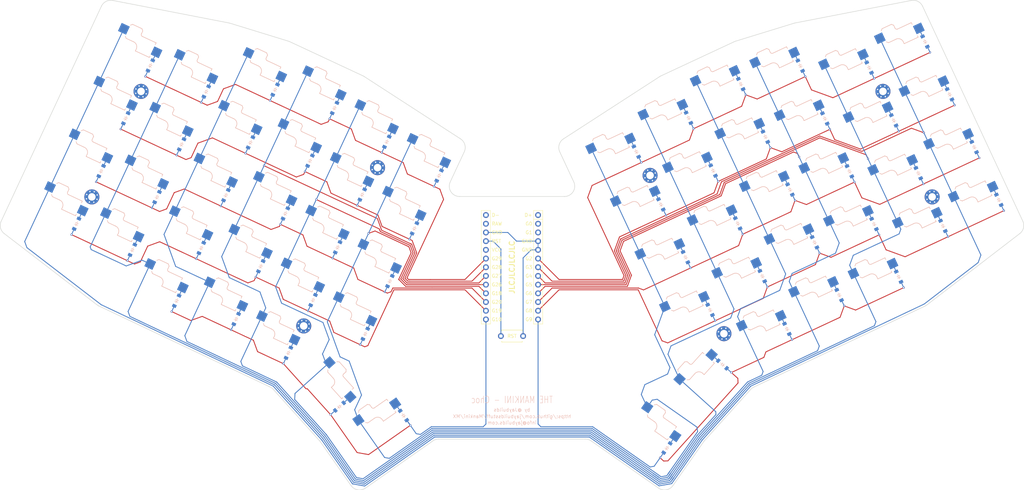
<source format=kicad_pcb>
(kicad_pcb (version 20240108) (generator "pcbnew") (generator_version "8.0")
  (title_block (title "choc") (date "2024-12-22") (rev "v1.0.0") (company "Unknown"))
  (layers (0 "F.Cu" signal) (31 "B.Cu" signal) (34 "B.Paste" user) (35 "F.Paste" user) (36 "B.SilkS" user "B.Silkscreen") (37 "F.SilkS" user "F.Silkscreen") (38 "B.Mask" user) (39 "F.Mask" user) (44 "Edge.Cuts" user))
  (net 0 "")
  (net 1 "G4")
  (net 2 "outer_bottom")
  (net 3 "GND")
  (net 4 "outer_home")
  (net 5 "outer_top")
  (net 6 "outer_num")
  (net 7 "G5")
  (net 8 "pinky_bottom")
  (net 9 "pinky_home")
  (net 10 "pinky_top")
  (net 11 "pinky_num")
  (net 12 "ring_mod")
  (net 13 "G6")
  (net 14 "ring_bottom")
  (net 15 "ring_home")
  (net 16 "ring_top")
  (net 17 "ring_num")
  (net 18 "middle_mod")
  (net 19 "G27")
  (net 20 "middle_bottom")
  (net 21 "middle_home")
  (net 22 "middle_top")
  (net 23 "middle_num")
  (net 24 "index_mod")
  (net 25 "G26")
  (net 26 "index_bottom")
  (net 27 "index_home")
  (net 28 "index_top")
  (net 29 "index_num")
  (net 30 "G18")
  (net 31 "inner_bottom")
  (net 32 "inner_home")
  (net 33 "inner_top")
  (net 34 "inner_num")
  (net 35 "select_fan")
  (net 36 "space_fan")
  (net 37 "mirror_outer_bottom")
  (net 38 "mirror_outer_home")
  (net 39 "mirror_outer_top")
  (net 40 "mirror_outer_num")
  (net 41 "mirror_pinky_bottom")
  (net 42 "mirror_pinky_home")
  (net 43 "mirror_pinky_top")
  (net 44 "mirror_pinky_num")
  (net 45 "mirror_ring_mod")
  (net 46 "mirror_ring_bottom")
  (net 47 "mirror_ring_home")
  (net 48 "mirror_ring_top")
  (net 49 "mirror_ring_num")
  (net 50 "mirror_middle_mod")
  (net 51 "mirror_middle_bottom")
  (net 52 "mirror_middle_home")
  (net 53 "mirror_middle_top")
  (net 54 "mirror_middle_num")
  (net 55 "mirror_index_mod")
  (net 56 "mirror_index_bottom")
  (net 57 "mirror_index_home")
  (net 58 "mirror_index_top")
  (net 59 "mirror_index_num")
  (net 60 "mirror_inner_bottom")
  (net 61 "mirror_inner_home")
  (net 62 "mirror_inner_top")
  (net 63 "mirror_inner_num")
  (net 64 "mirror_select_fan")
  (net 65 "mirror_space_fan")
  (net 66 "G19")
  (net 67 "G20")
  (net 68 "G28")
  (net 69 "G29")
  (net 70 "G10")
  (net 71 "G8")
  (net 72 "G7")
  (net 73 "G3")
  (net 74 "G2")
  (net 75 "G9")
  (net 76 "D-")
  (net 77 "RAW")
  (net 78 "RST")
  (net 79 "VCC")
  (net 80 "D+")
  (net 81 "G0")
  (net 82 "G1")
  (footprint "VIA-0.6mm" (layer "F.Cu") (at 257.262276 141.947846 25)
    (property "Reference" "REF**" (hide yes))
    (property "Value" "VIA-0.6mm" (hide yes))
  )
  (footprint "VIA-0.6mm" (layer "F.Cu") (at 151.848323 129.196381 -25)
    (property "Reference" "REF**" (hide yes))
    (property "Value" "VIA-0.6mm" (hide yes))
  )
  (footprint "VIA-0.6mm" (layer "F.Cu") (at 167.993293 179.756645 -25)
    (property "Reference" "REF**" (hide yes))
    (property "Value" "VIA-0.6mm" (hide yes))
  )
  (footprint "VIA-0.6mm" (layer "F.Cu") (at 271.631297 172.762313 25)
    (property "Reference" "REF**" (hide yes))
    (property "Value" "VIA-0.6mm" (hide yes))
  )
  (footprint "MountingHole_2.2mm_M2_Pad_Via" (layer "F.Cu") (at 274.190149 176.5343 25)
    (property "Reference" "_69" (hide yes))
    (property "Value" "")
  )
  (footprint "VIA-0.6mm" (layer "F.Cu") (at 334.392485 94.395975 25)
    (property "Reference" "REF**" (hide yes))
    (property "Value" "VIA-0.6mm" (hide yes))
  )
  (footprint "VIA-0.6mm" (layer "F.Cu") (at 332.588307 117.856521 25)
    (property "Reference" "REF**" (hide yes))
    (property "Value" "VIA-0.6mm" (hide yes))
  )
  (footprint "VIA-0.6mm" (layer "F.Cu") (at 159.332066 200.174575 -48)
    (property "Reference" "REF**" (hide yes))
    (property "Value" "VIA-0.6mm" (hide yes))
  )
  (footprint "VIA-0.6mm" (layer "F.Cu") (at 326.699882 163.082388 25)
    (property "Reference" "REF**" (hide yes))
    (property "Value" "VIA-0.6mm" (hide yes))
  )
  (footprint "VIA-0.6mm" (layer "F.Cu") (at 127.293721 139.262256 -25)
    (property "Reference" "REF**" (hide yes))
    (property "Value" "VIA-0.6mm" (hide yes))
  )
  (footprint "VIA-0.6mm" (layer "F.Cu") (at 287.776264 122.202046 25)
    (property "Reference" "REF**" (hide yes))
    (property "Value" "VIA-0.6mm" (hide yes))
  )
  (footprint "VIA-0.6mm" (layer "F.Cu") (at 309.329799 168.423748 25)
    (property "Reference" "REF**" (hide yes))
    (property "Value" "VIA-0.6mm" (hide yes))
  )
  (footprint "VIA-0.6mm" (layer "F.Cu") (at 305.146351 116.860691 25)
    (property "Reference" "REF**" (hide yes))
    (property "Value" "VIA-0.6mm" (hide yes))
  )
  (footprint "VIA-0.6mm" (layer "F.Cu") (at 182.626949 203.291502 35)
    (property "Reference" "REF**" (hide yes))
    (property "Value" "VIA-0.6mm" (hide yes))
  )
  (footprint "VIA-0.6mm" (layer "F.Cu") (at 272.519269 132.074946 25)
    (property "Reference" "REF**" (hide yes))
    (property "Value" "VIA-0.6mm" (hide yes))
  )
  (footprint "ceoloide:mcu_nice_nano" (layer "F.Cu") (at 212.312598 157.132015)
    (property "Reference" "MCU1" (hide yes))
    (property "Value" "")
  )
  (footprint "VIA-0.6mm" (layer "F.Cu") (at 276.367242 187.875524 48)
    (property "Reference" "REF**" (hide yes))
    (property "Value" "VIA-0.6mm" (hide yes))
  )
  (footprint "VIA-0.6mm" (layer "F.Cu") (at 325.263457 117.410332 25)
    (property "Reference" "REF**" (hide yes))
    (property "Value" "VIA-0.6mm" (hide yes))
  )
  (footprint "ceoloide:reset_switch_tht_top" (layer "F.Cu") (at 212.312591 177.227015 180)
    (property "Reference" "RST1" (hide yes))
    (property "Value" "")
  )
  (footprint "VIA-0.6mm" (layer "F.Cu") (at 107.176622 139.811893 -25)
    (property "Reference" "REF**" (hide yes))
    (property "Value" "VIA-0.6mm" (hide yes))
  )
  (footprint "VIA-0.6mm" (layer "F.Cu") (at 144.663811 144.603617 -25)
    (property "Reference" "REF**" (hide yes))
    (property "Value" "VIA-0.6mm" (hide yes))
  )
  (footprint "VIA-0.6mm" (layer "F.Cu") (at 145.551785 185.290978 -25)
    (property "Reference" "REF**" (hide yes))
    (property "Value" "VIA-0.6mm" (hide yes))
  )
  (footprint "VIA-0.6mm" (layer "F.Cu") (at 355.94602 140.617671 25)
    (property "Reference" "REF**" (hide yes))
    (property "Value" "VIA-0.6mm" (hide yes))
  )
  (footprint "MountingHole_2.2mm_M2_Pad_Via" (layer "F.Cu") (at 320.6378 105.775089 25)
    (property "Reference" "_71" (hide yes))
    (property "Value" "")
  )
  (footprint "VIA-0.6mm" (layer "F.Cu") (at 155.158298 137.36012 -25)
    (property "Reference" "REF**" (hide yes))
    (property "Value" "VIA-0.6mm" (hide yes))
  )
  (footprint "VIA-0.6mm" (layer "F.Cu") (at 250.077766 126.540613 25)
    (property "Reference" "REF**" (hide yes))
    (property "Value" "VIA-0.6mm" (hide yes))
  )
  (footprint "VIA-0.6mm" (layer "F.Cu") (at 167.105317 139.069277 -25)
    (property "Reference" "REF**" (hide yes))
    (property "Value" "VIA-0.6mm" (hide yes))
  )
  (footprint "VIA-0.6mm" (layer "F.Cu") (at 90.863079 132.204768 -25)
    (property "Reference" "REF**" (hide yes))
    (property "Value" "VIA-0.6mm" (hide yes))
  )
  (footprint "VIA-0.6mm" (layer "F.Cu") (at 114.361129 124.404664 -25)
    (property "Reference" "REF**" (hide yes))
    (property "Value" "VIA-0.6mm" (hide yes))
  )
  (footprint "MountingHole_2.2mm_M2_Pad_Via" (layer "F.Cu") (at 103.987391 105.775086 -25)
    (property "Reference" "_66" (hide yes))
    (property "Value" "")
  )
  (footprint "VIA-0.6mm" (layer "F.Cu") (at 130.294792 175.418077 -25)
    (property "Reference" "REF**" (hide yes))
    (property "Value" "VIA-0.6mm" (hide yes))
  )
  (footprint "VIA-0.6mm" (layer "F.Cu") (at 339.632477 148.224797 25)
    (property "Reference" "REF**" (hide yes))
    (property "Value" "VIA-0.6mm" (hide yes))
  )
  (footprint "VIA-0.6mm" (layer "F.Cu") (at 312.330863 132.26792 25)
    (property "Reference" "REF**" (hide yes))
    (property "Value" "VIA-0.6mm" (hide yes))
  )
  (footprint "VIA-0.6mm" (layer "F.Cu") (at 141.662746 108.447792 -25)
    (property "Reference" "REF**" (hide yes))
    (property "Value" "VIA-0.6mm" (hide yes))
  )
  (footprint "VIA-0.6mm" (layer "F.Cu") (at 319.515372 147.675154 25)
    (property "Reference" "REF**" (hide yes))
    (property "Value" "VIA-0.6mm" (hide yes))
  )
  (footprint "VIA-0.6mm" (layer "F.Cu") (at 294.96078 137.609282 25)
    (property "Reference" "REF**" (hide yes))
    (property "Value" "VIA-0.6mm" (hide yes))
  )
  (footprint "VIA-0.6mm" (layer "F.Cu") (at 279.703781 147.48218 25)
    (property "Reference" "REF**" (hide yes))
    (property "Value" "VIA-0.6mm" (hide yes))
  )
  (footprint "MountingHole_2.2mm_M2_Pad_Via" (layer "F.Cu") (at 151.491585 174.268533 -25)
    (property "Reference" "_68" (hide yes))
    (property "Value" "")
  )
  (footprint "VIA-0.6mm" (layer "F.Cu") (at 318.078943 102.003103 25)
    (property "Reference" "REF**" (hide yes))
    (property "Value" "VIA-0.6mm" (hide yes))
  )
  (footprint "MountingHole_2.2mm_M2_Pad_Via" (layer "F.Cu") (at 89.618369 136.589552 -25)
    (property "Reference" "_67" (hide yes))
    (property "Value" "")
  )
  (footprint "VIA-0.6mm" (layer "F.Cu") (at 134.478233 123.855024 -25)
    (property "Reference" "REF**" (hide yes))
    (property "Value" "VIA-0.6mm" (hide yes))
  )
  (footprint "VIA-0.6mm" (layer "F.Cu") (at 120.109212 154.669485 -25)
    (property "Reference" "REF**" (hide yes))
    (property "Value" "VIA-0.6mm" (hide yes))
  )
  (footprint "MountingHole_2.2mm_M2_Pad_Via" (layer "F.Cu") (at 173.045114 128.046835 -25)
    (property "Reference" "_65" (hide yes))
    (property "Value" "")
  )
  (footprint "VIA-0.6mm" (layer "F.Cu") (at 98.047588 116.797535 -25)
    (property "Reference" "REF**" (hide yes))
    (property "Value" "VIA-0.6mm" (hide yes))
  )
  (footprint "VIA-0.6mm" (layer "F.Cu") (at 280.591753 106.794816 25)
    (property "Reference" "REF**" (hide yes))
    (property "Value" "VIA-0.6mm" (hide yes))
  )
  (footprint "VIA-0.6mm" (layer "F.Cu") (at 255.555207 212.784189 -35)
    (property "Reference" "REF**" (hide yes))
    (property "Value" "VIA-0.6mm" (hide yes))
  )
  (footprint "VIA-0.6mm" (layer "F.Cu") (at 99.992106 155.219129 -25)
    (property "Reference" "REF**" (hide yes))
    (property "Value" "VIA-0.6mm" (hide yes))
  )
  (footprint "VIA-0.6mm" (layer "F.Cu") (at 294.072802 178.296643 25)
    (property "Reference" "REF**" (hide yes))
    (property "Value" "VIA-0.6mm" (hide yes))
  )
  (footprint "VIA-0.6mm" (layer "F.Cu") (at 105.232097 101.390308 -25)
    (property "Reference" "REF**" (hide yes))
    (property "Value" "VIA-0.6mm" (hide yes))
  )
  (footprint "VIA-0.6mm" (layer "F.Cu") (at 316.27476 125.463652 25)
    (property "Reference" "REF**" (hide yes))
    (property "Value" "VIA-0.6mm" (hide yes))
  )
  (footprint "VIA-0.6mm" (layer "F.Cu") (at 297.96184 101.453457 25)
    (property "Reference" "REF**" (hide yes))
    (property "Value" "VIA-0.6mm" (hide yes))
  )
  (footprint "VIA-0.6mm" (layer "F.Cu") (at 189.546819 133.534949 -25)
    (property "Reference" "REF**" (hide yes))
    (property "Value" "VIA-0.6mm" (hide yes))
  )
  (footprint "VIA-0.6mm" (layer "F.Cu") (at 137.479302 160.01085 -25)
    (property "Reference" "REF**" (hide yes))
    (property "Value" "VIA-0.6mm" (hide yes))
  )
  (footprint "VIA-0.6mm" (layer "F.Cu") (at 341.576997 109.803206 25)
    (property "Reference" "REF**" (hide yes))
    (property "Value" "VIA-0.6mm" (hide yes))
  )
  (footprint "VIA-0.6mm" (layer "F.Cu") (at 152.736291 169.883749 -25)
    (property "Reference" "REF**" (hide yes))
    (property "Value" "VIA-0.6mm" (hide yes))
  )
  (footprint "MountingHole_2.2mm_M2_Pad_Via" (layer "F.Cu") (at 252.636618 130.3126 25)
    (property "Reference" "_72" (hide yes))
    (property "Value" "")
  )
  (footprint "VIA-0.6mm" (layer "F.Cu") (at 332.447966 132.817567 25)
    (property "Reference" "REF**" (hide yes))
    (property "Value" "VIA-0.6mm" (hide yes))
  )
  (footprint "VIA-0.6mm" (layer "F.Cu") (at 121.545642 108.99743 -25)
    (property "Reference" "REF**" (hide yes))
    (property "Value" "VIA-0.6mm" (hide yes))
  )
  (footprint "VIA-0.6mm" (layer "F.Cu") (at 296.157662 124.914013 25)
    (property "Reference" "REF**" (hide yes))
    (property "Value" "VIA-0.6mm" (hide yes))
  )
  (footprint "VIA-0.6mm" (layer "F.Cu") (at 302.145291 153.016515 25)
    (property "Reference" "REF**" (hide yes))
    (property "Value" "VIA-0.6mm" (hide yes))
  )
  (footprint "VIA-0.6mm" (layer "F.Cu") (at 159.920804 154.476514 -25)
    (property "Reference" "REF**" (hide yes))
    (property "Value" "VIA-0.6mm" (hide yes))
  )
  (footprint "VIA-0.6mm" (layer "F.Cu") (at 348.761504 125.210436 25)
    (property "Reference" "REF**" (hide yes))
    (property "Value" "VIA-0.6mm" (hide yes))
  )
  (footprint "VIA-0.6mm" (layer "F.Cu") (at 182.36231 148.942182 -25)
    (property "Reference" "REF**" (hide yes))
    (property "Value" "VIA-0.6mm" (hide yes))
  )
  (footprint "VIA-0.6mm" (layer "F.Cu") (at 286.88829 162.88941 25)
    (property "Reference" "REF**" (hide yes))
    (property "Value" "VIA-0.6mm" (hide yes))
  )
  (footprint "VIA-0.6mm" (layer "F.Cu") (at 264.44679 157.355081 25)
    (property "Reference" "REF**" (hide yes))
    (property "Value" "VIA-0.6mm" (hide yes))
  )
  (footprint "VIA-0.6mm" (layer "F.Cu") (at 139.901301 127.48722 -25)
    (property "Reference" "REF**" (hide yes))
    (property "Value" "VIA-0.6mm" (hide yes))
  )
  (footprint "VIA-0.6mm" (layer "F.Cu") (at 265.334762 116.667713 25)
    (property "Reference" "REF**" (hide yes))
    (property "Value" "VIA-0.6mm" (hide yes))
  )
  (footprint "MountingHole_2.2mm_M2_Pad_Via" (layer "F.Cu") (at 335.006821 136.589552 25)
    (property "Reference" "_70" (hide yes))
    (property "Value" "")
  )
  (footprint "VIA-0.6mm" (layer "F.Cu") (at 83.678565 147.612006 -25)
    (property "Reference" "REF**" (hide yes))
    (property "Value" "VIA-0.6mm" (hide yes))
  )
  (footprint "VIA-0.6mm" (layer "F.Cu") (at 159.032828 113.78915 -25)
    (property "Reference" "REF**" (hide yes))
    (property "Value" "VIA-0.6mm" (hide yes))
  )
  (footprint "VIA-0.6mm" (layer "F.Cu") (at 112.924701 170.076719 -25)
    (property "Reference" "REF**" (hide yes))
    (property "Value" "VIA-0.6mm" (hide yes))
  )
  (footprint "VIA-0.6mm" (layer "F.Cu") (at 174.289826 123.662046 -25)
    (property "Reference" "REF**" (hide yes))
    (property "Value" "VIA-0.6mm" (hide yes))
  )
  (footprint "VIA-0.6mm" (layer "F.Cu") (at 170.41529 147.233013 -25)
    (property "Reference" "REF**" (hide yes))
    (property "Value" "VIA-0.6mm" (hide yes))
  )
  (footprint "VIA-0.6mm" (layer "F.Cu") (at 175.177801 164.349411 -25)
    (property "Reference" "REF**" (hide yes))
    (property "Value" "VIA-0.6mm" (hide yes))
  )
  (footprint "ceoloide:switch_choc_v1_v2" (layer "B.Cu") (at 263.329095 131.946881 25)
    (property "Reference" "S51" (hide yes))
    (property "Value" "")
  )
  (footprint "ceoloide:diode_tht_sod123" (layer "B.Cu") (at 292.593636 175.124566 115)
    (property "Reference" "D48" (hide yes))
    (property "Value" "")
  )
  (footprint "ceoloide:diode_tht_sod123" (layer "B.Cu") (at 347.282342 122.038356 115)
    (property "Reference" "D31" (hide yes))
    (property "Value" "")
  )
  (footprint "ceoloide:diode_tht_sod123" (layer "B.Cu") (at 285.409127 159.717337 115)
    (property "Reference" "D49" (hide yes))
    (property "Value" "")
  )
  (footprint "ceoloide:switch_choc_v1_v2" (layer "B.Cu") (at 330.442304 148.096728 25)
    (property "Reference" "S34" (hide yes))
    (property "Value" "")
  )
  (footprint "ceoloide:switch_choc_v1_v2" (layer "B.Cu") (at 288.771669 101.325395 25)
    (property "Reference" "S42" (hide yes))
    (property "Value" "")
  )
  (footprint "ceoloide:diode_tht_sod123" (layer "B.Cu") (at 138.958462 156.838768 65)
    (property "Reference" "D15" (hide yes))
    (property "Value" "")
  )
  (footprint "ceoloide:switch_choc_v1_v2" (layer "B.Cu") (at 270.513611 147.354114 25)
    (property "Reference" "S50" (hide yes))
    (property "Value" "")
  )
  (footprint "ceoloide:switch_choc_v1_v2" (layer "B.Cu") (at 248.072103 141.81978 25)
    (property "Reference" "S55" (hide yes))
    (property "Value" "")
  )
  (footprint "ceoloide:switch_choc_v1_v2" (layer "B.Cu") (at 169.36857 157.227013 -25)
    (property "Reference" "S25" (hide yes))
    (property "Value" "")
  )
  (footprint "ceoloide:diode_tht_sod123" (layer "B.Cu") (at 286.297101 119.029975 115)
    (property "Reference" "D46" (hide yes))
    (property "Value" "")
  )
  (footprint "ceoloide:diode_tht_sod123" (layer "B.Cu") (at 307.85063 165.25167 115)
    (property "Reference" "D43" (hide yes))
    (property "Value" "")
  )
  (footprint "ceoloide:switch_choc_v1_v2" (layer "B.Cu") (at 271.401586 106.666753 25)
    (property "Reference" "S47" (hide yes))
    (property "Value" "")
  )
  (footprint "ceoloide:diode_tht_sod123" (layer "B.Cu") (at 147.030945 182.118902 65)
    (property "Reference" "D19" (hide yes))
    (property "Value" "")
  )
  (footprint "ceoloide:switch_choc_v1_v2" (layer "B.Cu") (at 107.11548 162.954322 -25)
    (property "Reference" "S9" (hide yes))
    (property "Value" "")
  )
  (footprint "ceoloide:switch_choc_v1_v2" (layer "B.Cu") (at 317.509713 162.954324 25)
    (property "Reference" "S38" (hide yes))
    (property "Value" "")
  )
  (footprint "ceoloide:switch_choc_v1_v2" (layer "B.Cu") (at 153.223604 106.666753 -25)
    (property "Reference" "S18" (hide yes))
    (property "Value" "")
  )
  (footprint "ceoloide:switch_choc_v1_v2" (layer "B.Cu") (at 183.737595 126.412554 -25)
    (property "Reference" "S27" (hide yes))
    (property "Value" "")
  )
  (footprint "ceoloide:diode_tht_sod123" (layer "B.Cu") (at 354.466855 137.445589 115)
    (property "Reference" "D30" (hide yes))
    (property "Value" "")
  )
  (footprint "ceoloide:diode_tht_sod123" (layer "B.Cu") (at 338.153315 145.05272 115)
    (property "Reference" "D34" (hide yes))
    (property "Value" "")
  )
  (footprint "ceoloide:switch_choc_v1_v2" (layer "B.Cu") (at 303.140692 132.139855 25)
    (property "Reference" "S40" (hide yes))
    (property "Value" "")
  )
  (footprint "ceoloide:switch_choc_v1_v2" (layer "B.Cu") (at 85.05385 125.082373 -25)
    (property "Reference" "S2" (hide yes))
    (property "Value" "")
  )
  (footprint "ceoloide:switch_choc_v1_v2" (layer "B.Cu") (at 121.484502 132.139854 -25)
    (property "Reference" "S11" (hide yes))
    (property "Value" "")
  )
  (footprint "ceoloide:switch_choc_v1_v2" (layer "B.Cu") (at 285.770601 137.48122 25)
    (property "Reference" "S45" (hide yes))
    (property "Value" "")
  )
  (footprint "ceoloide:diode_tht_sod123" (layer "B.Cu") (at 154.215463 166.71167 65)
    (property "Reference" "D20" (hide yes))
    (property "Value" "")
  )
  (footprint "ceoloide:switch_choc_v1_v2" (layer "B.Cu") (at 256.144588 116.539652 25)
    (property "Reference" "S52" (hide yes))
    (property "Value" "")
  )
  (footprint "ceoloide:switch_choc_v1_v2" (layer "B.Cu") (at 138.85458 137.48122 -25)
    (property "Reference" "S16" (hide yes))
    (property "Value" "")
  )
  (footprint "ceoloide:diode_tht_sod123" (layer "B.Cu") (at 108.655784 136.63982 65)
    (property "Reference" "D6" (hide yes))
    (property "Value" "")
  )
  (footprint "ceoloide:switch_choc_v1_v2" (layer "B.Cu") (at 124.485565 168.295683 -25)
    (property "Reference" "S14" (hide yes))
    (property "Value" "")
  )
  (footprint "ceoloide:switch_choc_v1_v2" (layer "B.Cu") (at 94.182882 148.096732 -25)
    (property "Reference" "S5" (hide yes))
    (property "Value" "")
  )
  (footprint "ceoloide:diode_tht_sod123" (layer "B.Cu") (at 143.141907 105.275716 65)
    (property "Reference" "D13" (hide yes))
    (property "Value" "")
  )
  (footprint "ceoloide:diode_tht_sod123" (layer "B.Cu") (at 128.772884 136.090181 65)
    (property "Reference" "D11" (hide yes))
    (property "Value" "")
  )
  (footprint "ceoloide:switch_choc_v1_v2" (layer "B.Cu") (at 128.669012 116.732624 -25)
    (property "Reference" "S12" (hide yes))
    (property "Value" "")
  )
  (footprint "ceoloide:switch_choc_v1_v2" (layer "B.Cu") (at 77.869345 140.4896 -25)
    (property "Reference" "S1" (hide yes))
    (property "Value" "")
  )
  (footprint "ceoloide:diode_tht_sod123" (layer "B.Cu") (at 296.482672 98.281379 115)
    (property "Reference" "D42" (hide yes))
    (property "Value" "")
  )
  (footprint "ceoloide:diode_tht_sod123" (layer "B.Cu") (at 146.142972 141.43154 65)
    (property "Reference" "D16" (hide yes))
    (property "Value" "")
  )
  (footprint "ceoloide:diode_tht_sod123" (layer "B.Cu") (at 168.58448 135.8972 65)
    (property "Reference" "D22" (hide yes))
    (property "Value" "")
  )
  (footprint "ceoloide:diode_tht_sod123" (layer "B.Cu") (at 169.472453 176.584564 65)
    (property "Reference" "D24" (hide yes))
    (property "Value" "")
  )
  (footprint "ceoloide:diode_tht_sod123" (layer "B.Cu") (at 191.025985 130.36287 65)
    (property "Reference" "D27" (hide yes))
    (property "Value" "")
  )
  (footprint "ceoloide:switch_choc_v1_v2" (layer "B.Cu") (at 139.742562 178.168583 -25)
    (property "Reference" "S19" (hide yes))
    (property "Value" "")
  )
  (footprint "ceoloide:diode_tht_sod123" (layer "B.Cu") (at 279.11259 103.622742 115)
    (property "Reference" "D47" (hide yes))
    (property "Value" "")
  )
  (footprint "ceoloide:switch_choc_v1_v2" (layer "B.Cu") (at 154.111578 147.354117 -25)
    (property "Reference" "S21" (hide yes))
    (property "Value" "")
  )
  (footprint "ceoloide:switch_choc_v1_v2" (layer "B.Cu") (at 92.238367 109.675139 -25)
    (property "Reference" "S3" (hide yes))
    (property "Value" "")
  )
  (footprint "ceoloide:switch_choc_v1_v2" (layer "B.Cu") (at 146.927071 162.761354 -25)
    (property "Reference" "S20" (hide yes))
    (property "Value" "")
  )
  (footprint "ceoloide:diode_tht_sod123" (layer "B.Cu") (at 340.097831 106.631131 115)
    (property "Reference" "D32" (hide yes))
    (property "Value" "")
  )
  (footprint "ceoloide:diode_tht_sod123" (layer "B.Cu") (at 248.598604 123.368538 115)
    (property "Reference" "D56" (hide yes))
    (property "Value" "")
  )
  (footprint "ceoloide:diode_tht_sod123" (layer "B.Cu") (at 332.913322 91.223895 115)
    (property "Reference" "D33" (hide yes))
    (property "Value" "")
  )
  (footprint "ceoloide:diode_tht_sod123" (layer "B.Cu") (at 273.766239 185.533571 138)
    (property "Reference" "D57" (hide yes))
    (property "Value" "")
  )
  (footprint "ceoloide:switch_choc_v1_v2" (layer "B.Cu") (at 262.441124 172.634245 25)
    (property "Reference" "S53" (hide yes))
    (property "Value" "")
  )
  (footprint "ceoloide:switch_choc_v1_v2" (layer "B.Cu") (at 346.755844 140.489608 25)
    (property "Reference" "S30" (hide yes))
    (property "Value" "")
  )
  (footprint "ceoloide:switch_choc_v1_v2" (layer "B.Cu") (at 325.202318 94.267907 25)
    (property "Reference" "S33" (hide yes))
    (property "Value" "")
  )
  (footprint "ceoloide:switch_choc_v1_v2" (layer "B.Cu") (at 161.29609 131.946881 -25)
    (property "Reference" "S22" (hide yes))
    (property "Value" "")
  )
  (footprint "ceoloide:diode_tht_sod123" (layer "B.Cu") (at 271.040109 128.902869 115)
    (property "Reference" "D51" (hide yes))
    (property "Value" "")
  )
  (footprint "ceoloide:diode_tht_sod123" (layer "B.Cu") (at 330.968801 129.645488 115)
    (property "Reference" "D35" (hide yes))
    (property "Value" "")
  )
  (footprint "ceoloide:switch_choc_v1_v2" (layer "B.Cu") (at 332.386824 109.675143 25)
    (property "Reference" "S32" (hide yes))
    (property "Value" "")
  )
  (footprint "ceoloide:switch_choc_v1_v2" (layer "B.Cu") (at 284.882637 178.168579 25)
    (property "Reference" "S48" (hide yes))
    (property "Value" "")
  )
  (footprint "ceoloide:switch_choc_v1_v2" (layer "B.Cu") (at 323.2578 132.6895 25)
    (property "Reference" "S35" (hide yes))
    (property "Value" "")
  )
  (footprint "ceoloide:diode_tht_sod123" (layer "B.Cu") (at 257.562725 209.917161 55)
    (property "Reference" "D58" (hide yes))
    (property "Value" "")
  )
  (footprint "ceoloide:switch_choc_v1_v2" (layer "B.Cu") (at 101.367396 132.6895 -25)
    (property "Reference" "S6" (hide yes))
    (property "Value" "")
  )
  (footprint "ceoloide:diode_tht_sod123" (layer "B.Cu") (at 115.840299 121.232589 65)
    (property "Reference" "D7" (hide yes))
    (property "Value" "")
  )
  (footprint "ceoloide:diode_tht_sod123" (layer "B.Cu") (at 99.526755 113.625458 65)
    (property "Reference" "D3" (hide yes))
    (property "Value" "")
  )
  (footprint "ceoloide:diode_tht_sod123" (layer "B.Cu") (at 255.783109 138.77577 115)
    (property "Reference" "D55" (hide yes))
    (property "Value" "")
  )
  (footprint "ceoloide:diode_tht_sod123" (layer "B.Cu") (at 161.93307 197.832618 42)
    (property "Reference" "D28" (hide yes))
    (property "Value" "")
  )
  (footprint "ceoloide:switch_choc_v1_v2" (layer "B.Cu") (at 308.888775 101.875033 25)
    (property "Reference" "S37" (hide yes))
    (property "Value" "")
  )
  (footprint "ceoloide:diode_tht_sod123" (layer "B.Cu") (at 310.851695 129.095845 115)
    (property "Reference" "D40" (hide yes))
    (property "Value" "")
  )
  (footprint "ceoloide:diode_tht_sod123" (layer "B.Cu") (at 318.03621 144.50308 115)
    (property "Reference" "D39" (hide yes))
    (property "Value" "")
  )
  (footprint "ceoloide:diode_tht_sod123" (layer "B.Cu") (at 175.768992 120.489969 65)
    (property "Reference" "D23" (hide yes))
    (property "Value" "")
  )
  (footprint "ceoloide:switch_choc_v1_v2" (layer "B.Cu") (at 251.071033 204.761238 -35)
    (property "Reference" "S58" (hide yes))
    (property "Value" "")
  )
  (footprint "ceoloide:switch_choc_v1_v2" (layer "B.Cu") (at 255.256618 157.227015 25)
    (property "Reference" "S54" (hide yes))
    (property "Value" "")
  )
  (footprint "ceoloide:diode_tht_sod123" (layer "B.Cu") (at 135.957397 120.682946 65)
    (property "Reference" "D12" (hide yes))
    (property "Value" "")
  )
  (footprint "ceoloide:diode_tht_sod123" (layer "B.Cu") (at 278.224619 144.310101 115)
    (property "Reference" "D50" (hide yes))
    (property "Value" "")
  )
  (footprint "ceoloide:diode_tht_sod123" (layer "B.Cu") (at 160.511995 110.617071 65)
    (property "Reference" "D18" (hide yes))
    (property "Value" "")
  )
  (footprint "ceoloide:diode_tht_sod123" (layer "B.Cu") (at 153.32748 126.024304 65)
    (property "Reference" "D17" (hide yes))
    (property "Value" "")
  )
  (footprint "ceoloide:diode_tht_sod123" (layer "B.Cu") (at 121.588371 151.497416 65)
    (property "Reference" "D10" (hide yes))
    (property "Value" "")
  )
  (footprint "ceoloide:switch_choc_v1_v2" (layer "B.Cu") (at 240.887592 126.412549 25)
    (property "Reference" "S56" (hide yes))
    (property "Value" "")
  )
  (footprint "ceoloide:switch_choc_v1_v2" (layer "B.Cu") (at 99.422873 94.267905 -25)
    (property "Reference" "S4" (hide yes))
    (property "Value" "")
  )
  (footprint "ceoloide:diode_tht_sod123" (layer "B.Cu") (at 123.024804 105.825355 65)
    (property "Reference" "D8" (hide yes))
    (property "Value" "")
  )
  (footprint "ceoloide:switch_choc_v1_v2" (layer "B.Cu") (at 300.139627 168.295681 25)
    (property "Reference" "S43" (hide yes))
    (property "Value" "")
  )
  (footprint "ceoloide:diode_tht_sod123" (layer "B.Cu") (at 114.403866 166.904644 65)
    (property "Reference" "D9" (hide yes))
    (property "Value" "")
  )
  (footprint "ceoloide:diode_tht_sod123" (layer "B.Cu") (at 316.599783 98.831021 115)
    (property "Reference" "D37" (hide yes))
    (property "Value" "")
  )
  (footprint "ceoloide:switch_choc_v1_v2" (layer "B.Cu") (at 108.551903 117.282267 -25)
    (property "Reference" "S7" (hide yes))
    (property "Value" "")
  )
  (footprint "ceoloide:switch_choc_v1_v2" (layer "B.Cu") (at 295.956185 116.73263 25)
    (property "Reference" "S41" (hide yes))
    (property "Value" "")
  )
  (footprint "ceoloide:diode_tht_sod123" (layer "B.Cu") (at 323.784293 114.238258 115)
    (property "Reference" "D36" (hide yes))
    (property "Value" "")
  )
  (footprint "ceoloide:switch_choc_v1_v2" (layer "B.Cu") (at 168.480597 116.539649 -25)
    (property "Reference" "S23" (hide yes))
    (property "Value" "")
  )
  (footprint "ceoloide:switch_choc_v1_v2" (layer "B.Cu") (at 292.955118 152.888449 25)
    (property "Reference" "S44" (hide yes))
    (property "Value" "")
  )
  (footprint "ceoloide:switch_choc_v1_v2" (layer "B.Cu") (at 131.670078 152.888448 -25)
    (property "Reference" "S15" (hide yes))
    (property "Value" "")
  )
  (footprint "ceoloide:switch_choc_v1_v2" (layer "B.Cu") (at 339.571338 125.082369 25)
    (property "Reference" "S31" (hide yes))
    (property "Value" "")
  )
  (footprint "ceoloide:diode_tht_sod123" (layer "B.Cu") (at 270.152132 169.590236 115)
    (property "Reference" "D53" (hide yes))
    (property "Value" "")
  )
  (footprint "ceoloide:switch_choc_v1_v2" (layer "B.Cu") (at 267.857609 191.348527 48)
    (property "Reference" "S57" (hide yes))
    (property "Value" "")
  )
  (footprint "ceoloide:switch_choc_v1_v2" (layer "B.Cu") (at 310.325202 147.547093 25)
    (property "Reference" "S39" (hide yes))
    (property "Value" "")
  )
  (footprint "ceoloide:diode_tht_sod123" (layer "B.Cu") (at 300.66612 149.84444 115)
    (property "Reference" "D44" (hide yes))
    (property "Value" "")
  )
  (footprint "ceoloide:diode_tht_sod123" (layer "B.Cu") (at 161.399969 151.304437 65)
    (property "Reference" "D21" (hide yes))
    (property "Value" "")
  )
  (footprint "ceoloide:diode_tht_sod123" (layer "B.Cu") (at 131.773953 172.246001 65)
    (property "Reference" "D14" (hide yes))
    (property "Value" "")
  )
  (footprint "ceoloide:diode_tht_sod123" (layer "B.Cu") (at 180.619433 200.424471 125)
    (property "Reference" "D29" (hide yes))
    (property "Value" "")
  )
  (footprint "ceoloide:diode_tht_sod123" (layer "B.Cu") (at 176.656963 161.177332 65)
    (property "Reference" "D25" (hide yes))
    (property "Value" "")
  )
  (footprint "ceoloide:diode_tht_sod123" (layer "B.Cu") (at 263.855596 113.495638 115)
    (property "Reference" "D52" (hide yes))
    (property "Value" "")
  )
  (footprint "ceoloide:switch_choc_v1_v2" (layer "B.Cu") (at 135.853521 101.325393 -25)
    (property "Reference" "S13" (hide yes))
    (property "Value" "")
  )
  (footprint "ceoloide:diode_tht_sod123" (layer "B.Cu") (at 303.667187 113.688617 115)
    (property "Reference" "D41" (hide yes))
    (property "Value" "")
  )
  (footprint "ceoloide:switch_choc_v1_v2" (layer "B.Cu") (at 173.55416 204.761242 35)
    (property "Reference" "S29" (hide yes))
    (property "Value" "")
  )
  (footprint "ceoloide:diode_tht_sod123" (layer "B.Cu") (at 262.967626 154.183001 115)
    (property "Reference" "D54" (hide yes))
    (property "Value" "")
  )
  (footprint "ceoloide:diode_tht_sod123" (layer "B.Cu") (at 293.481611 134.437208 115)
    (property "Reference" "D45" (hide yes))
    (property "Value" "")
  )
  (footprint "ceoloide:switch_choc_v1_v2" (layer "B.Cu") (at 115.736416 101.875034 -25)
    (property "Reference" "S8" (hide yes))
    (property "Value" "")
  )
  (footprint "ceoloide:diode_tht_sod123" (layer "B.Cu") (at 92.342241 129.032691 65)
    (property "Reference" "D2" (hide yes))
    (property "Value" "")
  )
  (footprint "ceoloide:switch_choc_v1_v2" (layer "B.Cu") (at 277.698121 162.761345 25)
    (property "Reference" "S49" (hide yes))
    (property "Value" "")
  )
  (footprint "ceoloide:diode_tht_sod123" (layer "B.Cu") (at 325.220716 159.910311 115)
    (property "Reference" "D38" (hide yes))
    (property "Value" "")
  )
  (footprint "ceoloide:diode_tht_sod123" (layer "B.Cu") (at 101.471274 152.047053 65)
    (property "Reference" "D5" (hide yes))
    (property "Value" "")
  )
  (footprint "ceoloide:diode_tht_sod123" (layer "B.Cu") (at 183.841471 145.770097 65)
    (property "Reference" "D26" (hide yes))
    (property "Value" "")
  )
  (footprint "ceoloide:switch_choc_v1_v2" (layer "B.Cu") (at 146.039099 122.073988 -25)
    (property "Reference" "S17" (hide yes))
    (property "Value" "")
  )
  (footprint "ceoloide:diode_tht_sod123" (layer "B.Cu") (at 106.711265 98.218231 65)
    (property "Reference" "D4" (hide yes))
    (property "Value" "")
  )
  (footprint "ceoloide:switch_choc_v1_v2" (layer "B.Cu") (at 278.586096 122.073984 25)
    (property "Reference" "S46" (hide yes))
    (property "Value" "")
  )
  (footprint "ceoloide:switch_choc_v1_v2" (layer "B.Cu") (at 176.553081 141.819779 -25)
    (property "Reference" "S26" (hide yes))
    (property "Value" "")
  )
  (footprint "ceoloide:switch_choc_v1_v2" (layer "B.Cu") (at 114.299991 147.54709 -25)
    (property "Reference" "S10" (hide yes))
    (property "Value" "")
  )
  (footprint "ceoloide:switch_choc_v1_v2" (layer "B.Cu") (at 316.073283 117.282267 25)
    (property "Reference" "S36" (hide yes))
    (property "Value" "")
  )
  (footprint "ceoloide:switch_choc_v1_v2" (layer "B.Cu") (at 162.184059 172.634246 -25)
    (property "Reference" "S24" (hide yes))
    (property "Value" "")
  )
  (footprint "ceoloide:diode_tht_sod123" (layer "B.Cu") (at 85.157732 144.439926 65)
    (property "Reference" "D1" (hide yes))
    (property "Value" "")
  )
  (footprint "ceoloide:switch_choc_v1_v2" (layer "B.Cu") (at 156.767586 191.348527 -48)
    (property "Reference" "S28" (hide yes))
    (property "Value" "")
  )
  (gr_line (start 258.982598 218.492015) (end 258.572598 219.132015) (stroke (width 0.2)) (layer "B.Cu") (net 13))
  (gr_line (start 258.642598 219.012015) (end 258.982598 218.492015) (stroke (width 0.2)) (layer "B.Cu") (net 13))
  (gr_arc (start 226.255724 123.428827) (mid 226.09148 121.33171) (end 227.344811 119.642315) (stroke (width 0.15)) (layer "Edge.Cuts"))
  (gr_line (start 142.601723 192.802219) (end 156.128711 207.825467) (stroke (width 0.15)) (layer "Edge.Cuts"))
  (gr_line (start 361.474615 143.659683) (end 332.20781 80.896821) (stroke (width 0.15)) (layer "Edge.Cuts"))
  (gr_line (start 328.918323 79.219429) (end 294.944936 85.80089) (stroke (width 0.15)) (layer "Edge.Cuts"))
  (gr_arc (start 259.302431 220.903345) (mid 257.366057 222.135985) (end 255.125103 221.638841) (stroke (width 0.15)) (layer "Edge.Cuts"))
  (gr_arc (start 333.499842 168.110086) (mid 333.236604 168.290862) (end 332.955639 168.442626) (stroke (width 0.15)) (layer "Edge.Cuts"))
  (gr_arc (start 230.346166 132.200808) (mid 230.157376 135.080547) (end 227.627246 136.468662) (stroke (width 0.15)) (layer "Edge.Cuts"))
  (gr_arc (start 64.042022 147.306678) (mid 62.955251 145.639863) (end 63.150573 143.659678) (stroke (width 0.15)) (layer "Edge.Cuts"))
  (gr_arc (start 189.205279 207.841116) (mid 190.023887 207.437415) (end 190.926007 207.298569) (stroke (width 0.15)) (layer "Edge.Cuts"))
  (gr_line (start 226.255724 123.428827) (end 230.346166 132.200808) (stroke (width 0.15)) (layer "Edge.Cuts"))
  (gr_line (start 277.229256 91.260419) (end 255.85369 101.228008) (stroke (width 0.15)) (layer "Edge.Cuts"))
  (gr_arc (start 255.491711 101.428274) (mid 255.669245 101.321895) (end 255.85369 101.228008) (stroke (width 0.15)) (layer "Edge.Cuts"))
  (gr_arc (start 277.229256 91.260419) (mid 277.41974 91.179477) (end 277.615348 91.111852) (stroke (width 0.15)) (layer "Edge.Cuts"))
  (gr_arc (start 328.918323 79.219429) (mid 330.851721 79.492072) (end 332.20781 80.896821) (stroke (width 0.15)) (layer "Edge.Cuts"))
  (gr_arc (start 91.669555 168.442628) (mid 91.388588 168.290858) (end 91.125342 168.110087) (stroke (width 0.15)) (layer "Edge.Cuts"))
  (gr_line (start 227.627246 136.468662) (end 196.997947 136.468665) (stroke (width 0.15)) (layer "Edge.Cuts"))
  (gr_arc (start 233.699178 207.298571) (mid 234.601299 207.437414) (end 235.419909 207.841115) (stroke (width 0.15)) (layer "Edge.Cuts"))
  (gr_arc (start 268.269313 208.110901) (mid 268.378548 207.964724) (end 268.496476 207.825466) (stroke (width 0.15)) (layer "Edge.Cuts"))
  (gr_arc (start 169.50009 221.638838) (mid 167.259141 222.136024) (end 165.322763 220.903338) (stroke (width 0.15)) (layer "Edge.Cuts"))
  (gr_line (start 294.633737 85.878641) (end 277.615348 91.111852) (stroke (width 0.15)) (layer "Edge.Cuts"))
  (gr_line (start 129.680258 85.800887) (end 95.70687 79.219432) (stroke (width 0.15)) (layer "Edge.Cuts"))
  (gr_arc (start 141.655558 192.097933) (mid 142.163593 192.403118) (end 142.601723 192.802219) (stroke (width 0.15)) (layer "Edge.Cuts"))
  (gr_line (start 259.302431 220.903345) (end 268.269313 208.110901) (stroke (width 0.15)) (layer "Edge.Cuts"))
  (gr_line (start 194.279019 132.200806) (end 198.369463 123.428827) (stroke (width 0.15)) (layer "Edge.Cuts"))
  (gr_arc (start 196.997947 136.468665) (mid 194.467797 135.080543) (end 194.279019 132.200806) (stroke (width 0.15)) (layer "Edge.Cuts"))
  (gr_line (start 268.496476 207.825466) (end 282.023469 192.802222) (stroke (width 0.15)) (layer "Edge.Cuts"))
  (gr_line (start 92.417378 80.896818) (end 63.150578 143.659679) (stroke (width 0.15)) (layer "Edge.Cuts"))
  (gr_arc (start 92.417378 80.896818) (mid 93.773482 79.492099) (end 95.70687 79.219432) (stroke (width 0.15)) (layer "Edge.Cuts"))
  (gr_arc (start 156.128711 207.825467) (mid 156.246635 207.964728) (end 156.355874 208.1109) (stroke (width 0.15)) (layer "Edge.Cuts"))
  (gr_arc (start 147.009841 91.111852) (mid 147.205452 91.179469) (end 147.395934 91.260417) (stroke (width 0.15)) (layer "Edge.Cuts"))
  (gr_line (start 255.491711 101.428274) (end 227.344811 119.642315) (stroke (width 0.15)) (layer "Edge.Cuts"))
  (gr_line (start 235.419909 207.841115) (end 255.125103 221.638841) (stroke (width 0.15)) (layer "Edge.Cuts"))
  (gr_line (start 169.50009 221.638838) (end 189.205279 207.841116) (stroke (width 0.15)) (layer "Edge.Cuts"))
  (gr_line (start 64.042022 147.306678) (end 91.125342 168.110087) (stroke (width 0.15)) (layer "Edge.Cuts"))
  (gr_line (start 156.355874 208.1109) (end 165.322763 220.903338) (stroke (width 0.15)) (layer "Edge.Cuts"))
  (gr_line (start 190.926007 207.298569) (end 233.699178 207.298571) (stroke (width 0.15)) (layer "Edge.Cuts"))
  (gr_line (start 197.280383 119.642312) (end 169.13348 101.428274) (stroke (width 0.15)) (layer "Edge.Cuts"))
  (gr_arc (start 129.680258 85.800887) (mid 129.836895 85.8356) (end 129.991451 85.87864) (stroke (width 0.15)) (layer "Edge.Cuts"))
  (gr_line (start 168.771496 101.228005) (end 147.395934 91.260417) (stroke (width 0.15)) (layer "Edge.Cuts"))
  (gr_arc (start 282.023469 192.802222) (mid 282.461603 192.403129) (end 282.969632 192.097931) (stroke (width 0.15)) (layer "Edge.Cuts"))
  (gr_arc (start 361.47461 143.659684) (mid 361.669873 145.639857) (end 360.583171 147.306681) (stroke (width 0.15)) (layer "Edge.Cuts"))
  (gr_line (start 91.669555 168.442628) (end 141.655558 192.097933) (stroke (width 0.15)) (layer "Edge.Cuts"))
  (gr_line (start 282.969632 192.097931) (end 332.955639 168.442626) (stroke (width 0.15)) (layer "Edge.Cuts"))
  (gr_arc (start 168.771499 101.228009) (mid 168.955948 101.32189) (end 169.13348 101.428274) (stroke (width 0.15)) (layer "Edge.Cuts"))
  (gr_line (start 333.499842 168.110086) (end 360.583171 147.306681) (stroke (width 0.15)) (layer "Edge.Cuts"))
  (gr_line (start 147.009841 91.111852) (end 129.991451 85.87864) (stroke (width 0.15)) (layer "Edge.Cuts"))
  (gr_arc (start 294.633737 85.878641) (mid 294.788296 85.835599) (end 294.944936 85.80089) (stroke (width 0.15)) (layer "Edge.Cuts"))
  (gr_arc (start 197.280383 119.642312) (mid 198.533673 121.331728) (end 198.369463 123.428827) (stroke (width 0.15)) (layer "Edge.Cuts"))
  (gr_text "info@jaybuilds.com" (at 219.553074 203.112015 0) (layer "B.SilkS") (effects (font (size 1 1) (thickness 0.1)) (justify left bottom mirror)))
  (gr_text "by @Jaybuilds" (at 217.695932 199.342015 0) (layer "B.SilkS") (effects (font (size 1 1) (thickness 0.1)) (justify left bottom mirror)))
  (gr_text "https:/github.com/jaybuildsstuff/Mankini/MX\n" (at 229.600694 201.272015 0) (layer "B.SilkS") (effects (font (size 1 1) (thickness 0.1)) (justify left bottom mirror)))
  (gr_text "THE MANKINI - Choc" (at 212.312598 195.832015 0) (layer "B.SilkS") (effects (font (size 2 1.5) (thickness 0.1)) (justify mirror)))
  (gr_text "JLCJLCJLCJLC" (at 212.312598 157.132015 90) (layer "F.SilkS") (effects (font (size 1.5 1.5) (thickness 0.3) (bold yes))))
  (segment (start 244.010966 148.871814) (end 244.073463 148.84267) (width 0.25) (layer "F.Cu") (net 1))
  (segment (start 273.481944 132.177734) (end 302.149195 118.809977) (width 0.25) (layer "F.Cu") (net 1))
  (segment (start 314.463079 123.291863) (end 328.955077 116.534134) (width 0.25) (layer "F.Cu") (net 1))
  (segment (start 302.149195 118.809977) (end 314.463079 123.291863) (width 0.25) (layer "F.Cu") (net 1))
  (segment (start 246.101787 159.510181) (end 245.301032 161.710236) (width 0.25) (layer "F.Cu") (net 1))
  (segment (start 244.073463 148.84267) (end 272.188075 135.732613) (width 0.25) (layer "F.Cu") (net 1))
  (segment (start 221.972597 161.712015) (end 245.297214 161.712016) (width 0.25) (layer "F.Cu") (net 1))
  (segment (start 244.039833 148.858353) (end 242.766331 152.357273) (width 0.25) (layer "F.Cu") (net 1))
  (segment (start 245.301032 161.710236) (end 245.297214 161.712016) (width 0.25) (layer "F.Cu") (net 1))
  (segment (start 219.932598 159.672016) (end 221.972597 161.712015) (width 0.25) (layer "F.Cu") (net 1))
  (segment (start 272.188075 135.732613) (end 273.481944 132.177734) (width 0.25) (layer "F.Cu") (net 1))
  (segment (start 328.955077 116.534134) (end 332.588307 117.856521) (width 0.25) (layer "F.Cu") (net 1))
  (segment (start 242.766331 152.357273) (end 246.101787 159.510181) (width 0.25) (layer "F.Cu") (net 1))
  (segment (start 244.073463 148.84267) (end 244.039833 148.858353) (width 0.25) (layer "F.Cu") (net 1))
  (segment (start 267.846419 207.613375) (end 267.845876 207.613409) (width 0.25) (layer "B.Cu") (net 1))
  (segment (start 142.580844 191.84436) (end 142.581213 191.845393) (width 0.25) (layer "B.Cu") (net 1))
  (segment (start 281.980263 191.91616) (end 267.846419 207.613375) (width 0.25) (layer "B.Cu") (net 1))
  (segment (start 255.261522 220.971374) (end 258.947634 220.321409) (width 0.25) (layer "B.Cu") (net 1))
  (segment (start 92.510814 168.149287) (end 142.580844 191.84436) (width 0.25) (layer "B.Cu") (net 1))
  (segment (start 238.473968 209.216604) (end 234.88935 206.706631) (width 0.25) (layer "B.Cu") (net 1))
  (segment (start 282.045332 191.843895) (end 281.980263 191.91616) (width 0.25) (layer "B.Cu") (net 1))
  (segment (start 84.600273 118.305766) (end 77.415768 133.712993) (width 0.25) (layer "B.Cu") (net 1))
  (segment (start 189.735821 206.706631) (end 234.88439 206.706632) (width 0.25) (layer "B.Cu") (net 1))
  (segment (start 170.235914 220.360626) (end 189.735818 206.706643) (width 0.25) (layer "B.Cu") (net 1))
  (segment (start 149.360915 199.364522) (end 156.750109 207.571051) (width 0.25) (layer "B.Cu") (net 1))
  (segment (start 77.415768 133.712993) (end 77.415768 133.712995) (width 0.25) (layer "B.Cu") (net 1))
  (segment (start 165.724236 220.387224) (end 165.581042 220.182937) (width 0.25) (layer "B.Cu") (net 1))
  (segment (start 91.784788 102.898533) (end 84.600279 118.305764) (width 0.25) (layer "B.Cu") (net 1))
  (segment (start 92.344348 168.070514) (end 92.510814 168.149287) (width 0.25) (layer "B.Cu") (net 1))
  (segment (start 254.381901 220.355464) (end 255.261522 220.971374) (width 0.25) (layer "B.Cu") (net 1))
  (segment (start 77.415767 133.712998) (end 70.001704 149.612515) (width 0.25) (layer "B.Cu") (net 1))
  (segment (start 341.273105 136.481153) (end 349.239856 153.565908) (width 0.25) (layer "B.Cu") (net 1))
  (segment (start 91.784789 102.89853) (end 91.784788 102.898533) (width 0.25) (layer "B.Cu") (net 1))
  (segment (start 70.001704 149.612515) (end 70.656471 151.411485) (width 0.25) (layer "B.Cu") (net 1))
  (segment (start 156.750109 207.571051) (end 156.836789 207.694851) (width 0.25) (layer "B.Cu") (net 1))
  (segment (start 149.350998 199.364002) (end 149.360915 199.364522) (width 0.25) (layer "B.Cu") (net 1))
  (segment (start 332.588297 117.856518) (end 332.588307 117.856521) (width 0.25) (layer "B.Cu") (net 1))
  (segment (start 189.735818 206.706643) (end 189.735821 206.706631) (width 0.25) (layer "B.Cu") (net 1))
  (segment (start 349.239856 153.565908) (end 348.435102 155.776952) (width 0.25) (layer "B.Cu") (net 1))
  (segment (start 165.724236 220.387224) (end 169.297984 221.017369) (width 0.25) (layer "B.Cu") (net 1))
  (segment (start 319.71958 90.259453) (end 326.904089 105.666681) (width 0.25) (layer "B.Cu") (net 1))
  (segment (start 84.600279 118.305764) (end 84.600273 118.305766) (width 0.25) (layer "B.Cu") (net 1))
  (segment (start 92.344348 168.070514) (end 70.656471 151.411485) (width 0.25) (layer "B.Cu") (net 1))
  (segment (start 253.808498 219.953956) (end 254.381901 220.355464) (width 0.25) (layer "B.Cu") (net 1))
  (segment (start 142.581213 191.845393) (end 149.350998 199.364002) (width 0.25) (layer "B.Cu") (net 1))
  (segment (start 334.0886 121.073914) (end 332.588306 117.856522) (width 0.25) (layer "B.Cu") (net 1))
  (segment (start 258.947634 220.321409) (end 259.99177 218.830239) (width 0.25) (layer "B.Cu") (net 1))
  (segment (start 332.588306 117.856522) (end 332.588307 117.856521) (width 0.25) (layer "B.Cu") (net 1))
  (segment (start 234.88935 206.706631) (end 234.885387 206.707329) (width 0.25) (layer "B.Cu") (net 1))
  (segment (start 326.904089 105.666681) (end 326.904086 105.666688) (width 0.25) (layer "B.Cu") (net 1))
  (segment (start 332.670664 167.886034) (end 282.045332 191.843895) (width 0.25) (layer "B.Cu") (net 1))
  (segment (start 170.235914 220.360626) (end 169.297984 221.017369) (width 0.25) (layer "B.Cu") (net 1))
  (segment (start 334.0886 121.073914) (end 341.273109 136.481143) (width 0.25) (layer "B.Cu") (net 1))
  (segment (start 332.670664 167.886034) (end 348.435102 155.776952) (width 0.25) (layer "B.Cu") (net 1))
  (segment (start 238.473968 209.216604) (end 253.808498 219.953956) (width 0.25) (layer "B.Cu") (net 1))
  (segment (start 259.99177 218.830239) (end 267.845876 207.613409) (width 0.25) (layer "B.Cu") (net 1))
  (segment (start 156.836789 207.694851) (end 165.581042 220.182937) (width 0.25) (layer "B.Cu") (net 1))
  (segment (start 234.885387 206.707329) (end 234.88439 206.706632) (width 0.25) (layer "B.Cu") (net 1))
  (segment (start 326.904086 105.666688) (end 332.588297 117.856518) (width 0.25) (layer "B.Cu") (net 1))
  (segment (start 341.273109 136.481143) (end 341.273106 136.481153) (width 0.25) (layer "B.Cu") (net 1))
  (segment (start 98.969297 87.4913) (end 91.784789 102.89853) (width 0.25) (layer "B.Cu") (net 1))
  (segment (start 86.953861 140.588112) (end 85.855051 142.944512) (width 0.25) (layer "B.Cu") (net 2))
  (segment (start 85.855051 142.944512) (end 85.855051 142.944513) (width 0.25) (layer "B.Cu") (net 2))
  (segment (start 213.630007 149.512014) (end 219.932598 149.512014) (width 0.25) (layer "B.Cu") (net 3))
  (segment (start 204.692598 146.972015) (end 211.090007 146.972015) (width 0.25) (layer "B.Cu") (net 3))
  (segment (start 211.090007 146.972015) (end 213.630007 149.512014) (width 0.25) (layer "B.Cu") (net 3))
  (segment (start 215.562592 154.397714) (end 217.90829 152.052016) (width 0.25) (layer "B.Cu") (net 3))
  (segment (start 215.562593 177.227016) (end 215.562592 154.397714) (width 0.25) (layer "B.Cu") (net 3))
  (segment (start 217.90829 152.052016) (end 219.932599 152.052016) (width 0.25) (layer "B.Cu") (net 3))
  (segment (start 219.932598 152.052016) (end 219.932598 149.512014) (width 0.2) (layer "B.Cu") (net 3))
  (segment (start 94.138366 125.180884) (end 93.039564 127.537281) (width 0.25) (layer "B.Cu") (net 4))
  (segment (start 100.224073 112.130048) (end 100.224075 112.130048) (width 0.25) (layer "B.Cu") (net 5))
  (segment (start 101.322883 109.773647) (end 100.224073 112.130048) (width 0.25) (layer "B.Cu") (net 5))
  (segment (start 108.507391 94.366414) (end 107.408584 96.72282) (width 0.25) (layer "B.Cu") (net 6))
  (segment (start 274.295004 132.350287) (end 273.001135 135.905165) (width 0.25) (layer "F.Cu") (net 7))
  (segment (start 219.9326 162.212016) (end 245.626921 162.212017) (width 0.25) (layer "F.Cu") (net 7))
  (segment (start 246.642468 159.486575) (end 245.655306 162.19878) (width 0.25) (layer "F.Cu") (net 7))
  (segment (start 302.172802 119.350658) (end 274.295004 132.350287) (width 0.25) (layer "F.Cu") (net 7))
  (segment (start 273.001135 135.905165) (end 244.438845 149.223979) (width 0.25) (layer "F.Cu") (net 7))
  (segment (start 315.724196 124.282962) (end 302.172802 119.350658) (width 0.25) (layer "F.Cu") (net 7))
  (segment (start 245.655306 162.19878) (end 245.626921 162.212017) (width 0.25) (layer "F.Cu") (net 7))
  (segment (start 243.307012 152.333668) (end 246.642468 159.486575) (width 0.25) (layer "F.Cu") (net 7))
  (segment (start 244.438845 149.223979) (end 243.307012 152.333668) (width 0.25) (layer "F.Cu") (net 7))
  (segment (start 316.27476 125.463652) (end 315.724196 124.282962) (width 0.25) (layer "F.Cu") (net 7))
  (segment (start 253.702088 219.269065) (end 255.378656 220.443007) (width 0.25) (layer "B.Cu") (net 7))
  (segment (start 258.656854 219.86497) (end 259.530568 218.617173) (width 0.25) (layer "B.Cu") (net 7))
  (segment (start 316.274768 125.463654) (end 316.27476 125.463652) (width 0.25) (layer "B.Cu") (net 7))
  (segment (start 303.406037 97.866578) (end 310.590546 113.273809) (width 0.25) (layer "B.Cu") (net 7))
  (segment (start 318.583072 173.005472) (end 318.145921 174.206535) (width 0.25) (layer "B.Cu") (net 7))
  (segment (start 312.026972 158.945869) (end 318.583072 173.005472) (width 0.25) (layer "B.Cu") (net 7))
  (segment (start 318.145921 174.206535) (end 281.740838 191.434828) (width 0.25) (layer "B.Cu") (net 7))
  (segment (start 310.910856 156.552346) (end 311.971587 153.638011) (width 0.25) (layer "B.Cu") (net 7))
  (segment (start 325.85934 146.017843) (end 324.959566 144.088273) (width 0.25) (layer "B.Cu") (net 7))
  (segment (start 281.737276 191.438787) (end 267.469852 207.284368) (width 0.25) (layer "B.Cu") (net 7))
  (segment (start 310.590545 113.273813) (end 316.27476 125.463652) (width 0.25) (layer "B.Cu") (net 7))
  (segment (start 104.281685 155.067802) (end 99.650831 156.753291) (width 0.25) (layer "B.Cu") (net 7))
  (segment (start 106.661903 156.177719) (end 100.19712 170.041488) (width 0.25) (layer "B.Cu") (net 7))
  (segment (start 281.737282 191.438777) (end 281.737276 191.438787) (width 0.25) (layer "B.Cu") (net 7))
  (segment (start 166.01485 219.930752) (end 169.180848 220.489001) (width 0.25) (layer "B.Cu") (net 7))
  (segment (start 89.418618 151.981934) (end 89.128856 151.18582) (width 0.25) (layer "B.Cu") (net 7))
  (segment (start 238.930336 208.9254) (end 235.047532 206.206628) (width 0.25) (layer "B.Cu") (net 7))
  (segment (start 108.098323 110.505663) (end 100.913815 125.912892) (width 0.25) (layer "B.Cu") (net 7))
  (segment (start 108.098326 110.505662) (end 108.098323 110.505663) (width 0.25) (layer "B.Cu") (net 7))
  (segment (start 100.19712 170.041488) (end 100.721295 171.481645) (width 0.25) (layer "B.Cu") (net 7))
  (segment (start 239.891193 209.59857) (end 238.930414 208.925821) (width 0.25) (layer "B.Cu") (net 7))
  (segment (start 267.469852 207.284368) (end 267.46574 207.284586) (width 0.25) (layer "B.Cu") (net 7))
  (segment (start 255.378656 220.443007) (end 258.656854 219.86497) (width 0.25) (layer "B.Cu") (net 7))
  (segment (start 89.128856 151.18582) (end 93.729305 141.320127) (width 0.25) (layer "B.Cu") (net 7))
  (segment (start 189.578528 206.206391) (end 189.579861 206.206633) (width 0.25) (layer "B.Cu") (net 7))
  (segment (start 311.971587 153.638011) (end 325.357753 147.395939) (width 0.25) (layer "B.Cu") (net 7))
  (segment (start 100.913816 125.912895) (end 93.729305 141.320127) (width 0.25) (layer "B.Cu") (net 7))
  (segment (start 142.955274 191.468396) (end 142.956214 191.471006) (width 0.25) (layer "B.Cu") (net 7))
  (segment (start 189.579861 206.206633) (end 235.047532 206.206628) (width 0.25) (layer "B.Cu") (net 7))
  (segment (start 169.180848 220.489001) (end 189.578528 206.206391) (width 0.25) (layer "B.Cu") (net 7))
  (segment (start 157.037787 207.110183) (end 166.01485 219.930752) (width 0.25) (layer "B.Cu") (net 7))
  (segment (start 259.030803 219.330916) (end 259.507624 218.649937) (width 0.25) (layer "B.Cu") (net 7))
  (segment (start 238.930414 208.925821) (end 238.930336 208.9254) (width 0.25) (layer "B.Cu") (net 7))
  (segment (start 100.913815 125.912892) (end 100.913816 125.912895) (width 0.25) (layer "B.Cu") (net 7))
  (segment (start 115.282838 95.098432) (end 108.098326 110.505662) (width 0.25) (layer "B.Cu") (net 7))
  (segment (start 324.959569 144.088267) (end 324.959566 144.088273) (width 0.25) (layer "B.Cu") (net 7))
  (segment (start 317.775062 128.681045) (end 324.959569 144.088267) (width 0.25) (layer "B.Cu") (net 7))
  (segment (start 100.721295 171.481645) (end 142.955274 191.468396) (width 0.25) (layer "B.Cu") (net 7))
  (segment (start 142.956214 191.471006) (end 157.037787 207.110183) (width 0.25) (layer "B.Cu") (net 7))
  (segment (start 312.026975 158.945869) (end 310.910856 156.552346) (width 0.25) (layer "B.Cu") (net 7))
  (segment (start 106.6619 156.177719) (end 104.281685 155.067802) (width 0.25) (layer "B.Cu") (net 7))
  (segment (start 99.650831 156.753291) (end 89.418618 151.981934) (width 0.25) (layer "B.Cu") (net 7))
  (segment (start 325.357753 147.395939) (end 325.85934 146.017843) (width 0.25) (layer "B.Cu") (net 7))
  (segment (start 281.740838 191.434828) (end 281.737282 191.438777) (width 0.25) (layer "B.Cu") (net 7))
  (segment (start 310.590546 113.273809) (end 310.590545 113.273813) (width 0.25) (layer "B.Cu") (net 7))
  (segment (start 317.775062 128.681045) (end 316.274768 125.463654) (width 0.25) (layer "B.Cu") (net 7))
  (segment (start 267.46574 207.284586) (end 259.060238 219.288883) (width 0.25) (layer "B.Cu") (net 7))
  (segment (start 253.702088 219.269065) (end 239.891193 209.59857) (width 0.25) (layer "B.Cu") (net 7))
  (segment (start 102.168591 150.551641) (end 102.168594 150.551644) (width 0.25) (layer "B.Cu") (net 8))
  (segment (start 103.267399 148.195245) (end 102.168591 150.551641) (width 0.25) (layer "B.Cu") (net 8))
  (segment (start 110.451909 132.788011) (end 109.353103 135.144409) (width 0.25) (layer "B.Cu") (net 9))
  (segment (start 117.63642 117.380779) (end 116.537613 119.737173) (width 0.25) (layer "B.Cu") (net 10))
  (segment (start 116.537613 119.737173) (end 116.53762 119.73718) (width 0.25) (layer "B.Cu") (net 10))
  (segment (start 124.820929 101.973546) (end 123.722122 104.329946) (width 0.25) (layer "B.Cu") (net 11))
  (segment (start 116.199995 163.052832) (end 115.10119 165.409231) (width 0.25) (layer "B.Cu") (net 12))
  (segment (start 115.10119 165.409231) (end 115.101182 165.409233) (width 0.25) (layer "B.Cu") (net 12))
  (segment (start 221.9726 162.712016) (end 246.001776 162.712016) (width 0.25) (layer "F.Cu") (net 13))
  (segment (start 219.932599 164.752016) (end 221.9726 162.712016) (width 0.25) (layer "F.Cu") (net 13))
  (segment (start 296.157662 124.914013) (end 295.685612 123.901702) (width 0.25) (layer "F.Cu") (net 13))
  (segment (start 274.694016 132.715915) (end 273.400147 136.270792) (width 0.25) (layer "F.Cu") (net 13))
  (segment (start 273.400147 136.270792) (end 244.885794 149.567253) (width 0.25) (layer "F.Cu") (net 13))
  (segment (start 294.512114 123.474584) (end 274.694016 132.715915) (width 0.25) (layer "F.Cu") (net 13))
  (segment (start 243.870046 152.357998) (end 247.192266 159.48252) (width 0.25) (layer "F.Cu") (net 13))
  (segment (start 247.174139 159.490973) (end 246.001776 162.712016) (width 0.25) (layer "F.Cu") (net 13))
  (segment (start 295.685612 123.901702) (end 294.512114 123.474584) (width 0.25) (layer "F.Cu") (net 13))
  (segment (start 247.192266 159.48252) (end 247.174139 159.490973) (width 0.25) (layer "F.Cu") (net 13))
  (segment (start 244.885794 149.567253) (end 243.870046 152.357998) (width 0.25) (layer "F.Cu") (net 13))
  (segment (start 128.215432 109.956018) (end 121.030925 125.363249) (width 0.25) (layer "B.Cu") (net 13))
  (segment (start 110.691317 147.53661) (end 113.846411 140.770486) (width 0.25) (layer "B.Cu") (net 13))
  (segment (start 143.289839 191.073563) (end 143.292316 191.080489) (width 0.25) (layer "B.Cu") (net 13))
  (segment (start 267.073694 206.972755) (end 266.796653 207.368409) (width 0.25) (layer "B.Cu") (net 13))
  (segment (start 255.50634 219.91278) (end 258.36607 219.408534) (width 0.25) (layer "B.Cu") (net 13))
  (segment (start 166.067759 219.134661) (end 166.305123 219.473658) (width 0.25) (layer "B.Cu") (net 13))
  (segment (start 168.48985 219.858887) (end 169.064356 219.960191) (width 0.25) (layer "B.Cu") (net 13))
  (segment (start 128.215431 109.956018) (end 128.215432 109.956018) (width 0.25) (layer "B.Cu") (net 13))
  (segment (start 304.842465 143.538636) (end 304.842465 143.538638) (width 0.25) (layer "B.Cu") (net 13))
  (segment (start 113.846415 140.770484) (end 113.846411 140.770486) (width 0.25) (layer "B.Cu") (net 13))
  (segment (start 302.05099 180.143922) (end 301.555795 181.504466) (width 0.25) (layer "B.Cu") (net 13))
  (segment (start 283.28893 97.316941) (end 290.473443 112.724173) (width 0.25) (layer "B.Cu") (net 13))
  (segment (start 121.030925 125.363249) (end 121.030924 125.363251) (width 0.25) (layer "B.Cu") (net 13))
  (segment (start 293.263905 161.269202) (end 293.327297 161.405149) (width 0.25) (layer "B.Cu") (net 13))
  (segment (start 169.375633 219.742227) (end 189.416181 205.709682) (width 0.25) (layer "B.Cu") (net 13))
  (segment (start 306.780544 153.035379) (end 294.110361 158.943582) (width 0.25) (layer "B.Cu") (net 13))
  (segment (start 135.399941 94.548786) (end 128.215431 109.956018) (width 0.25) (layer "B.Cu") (net 13))
  (segment (start 114.093788 156.884822) (end 110.691317 147.53661) (width 0.25) (layer "B.Cu") (net 13))
  (segment (start 297.657954 128.131401) (end 296.157662 124.914013) (width 0.25) (layer "B.Cu") (net 13))
  (segment (start 169.064356 219.960191) (end 169.375633 219.742227) (width 0.25) (layer "B.Cu") (net 13))
  (segment (start 253.600033 218.577968) (end 235.217851 205.706626) (width 0.25) (layer "B.Cu") (net 13))
  (segment (start 293.327297 161.405149) (end 293.32101 161.422424) (width 0.25) (layer "B.Cu") (net 13))
  (segment (start 253.600033 218.577968) (end 255.50634 219.91278) (width 0.25) (layer "B.Cu") (net 13))
  (segment (start 307.872231 150.035994) (end 306.780544 153.035379) (width 0.25) (layer "B.Cu") (net 13))
  (segment (start 121.030924 125.363251) (end 113.846415 140.770484) (width 0.25) (layer "B.Cu") (net 13))
  (segment (start 117.383739 178.813793) (end 143.289839 191.073563) (width 0.25) (layer "B.Cu") (net 13))
  (segment (start 294.65689 164.287224) (end 302.05099 180.143922) (width 0.25) (layer "B.Cu") (net 13))
  (segment (start 157.377449 206.723612) (end 143.292316 191.080489) (width 0.25) (layer "B.Cu") (net 13))
  (segment (start 189.416181 205.709682) (end 189.420543 205.70663) (width 0.25) (layer "B.Cu") (net 13))
  (segment (start 266.796651 207.368409) (end 259.046427 218.436875) (width 0.25) (layer "B.Cu") (net 13))
  (segment (start 259.046427 218.436875) (end 258.740013 218.874475) (width 0.25) (layer "B.Cu") (net 13))
  (segment (start 294.110361 158.943582) (end 293.263905 161.269202) (width 0.25) (layer "B.Cu") (net 13))
  (segment (start 157.377449 206.723612) (end 166.067759 219.134661) (width 0.25) (layer "B.Cu") (net 13))
  (segment (start 124.031984 161.51908) (end 116.762824 177.107847) (width 0.25) (layer "B.Cu") (net 13))
  (segment (start 266.796653 207.368409) (end 266.796651 207.368409) (width 0.25) (layer "B.Cu") (net 13))
  (segment (start 290.473443 112.724173) (end 290.473446 112.724175) (width 0.25) (layer "B.Cu") (net 13))
  (segment (start 272.271287 201.20024) (end 267.073694 206.972755) (width 0.25) (layer "B.Cu") (net 13))
  (segment (start 297.657954 128.131401) (end 304.842465 143.538636) (width 0.25) (layer "B.Cu") (net 13))
  (segment (start 304.842465 143.538638) (end 307.872231 150.035994) (width 0.25) (layer "B.Cu") (net 13))
  (segment (start 189.420543 205.70663) (end 235.217851 205.706626) (width 0.25) (layer "B.Cu") (net 13))
  (segment (start 124.031984 161.51908) (end 114.093788 156.884822) (width 0.25) (layer "B.Cu") (net 13))
  (segment (start 116.762824 177.107847) (end 117.383739 178.813793) (width 0.25) (layer "B.Cu") (net 13))
  (segment (start 290.473446 112.724175) (end 296.157662 124.914013) (width 0.25) (layer "B.Cu") (net 13))
  (segment (start 301.555795 181.504466) (end 281.436346 191.025763) (width 0.25) (layer "B.Cu") (net 13))
  (segment (start 293.32101 161.422424) (end 294.656889 164.287226) (width 0.25) (layer "B.Cu") (net 13))
  (segment (start 281.436346 191.025763) (end 272.2754 201.200023) (width 0.25) (layer "B.Cu") (net 13))
  (segment (start 272.2754 201.200023) (end 272.271287 201.20024) (width 0.25) (layer "B.Cu") (net 13))
  (segment (start 258.36607 219.408534) (end 259.21684 218.193502) (width 0.25) (layer "B.Cu") (net 13))
  (segment (start 166.305123 219.473658) (end 168.48985 219.858887) (width 0.25) (layer "B.Cu") (net 13))
  (segment (start 122.285698 150.002003) (end 122.285693 150.002006) (width 0.25) (layer "B.Cu") (net 14))
  (segment (start 123.384506 147.645601) (end 122.285698 150.002003) (width 0.25) (layer "B.Cu") (net 14))
  (segment (start 129.47021 134.59477) (end 129.470205 134.594771) (width 0.25) (layer "B.Cu") (net 15))
  (segment (start 130.569017 132.238367) (end 129.47021 134.59477) (width 0.25) (layer "B.Cu") (net 15))
  (segment (start 136.654719 119.187536) (end 136.654717 119.187537) (width 0.25) (layer "B.Cu") (net 16))
  (segment (start 137.753524 116.831136) (end 136.654719 119.187536) (width 0.25) (layer "B.Cu") (net 16))
  (segment (start 144.938036 101.423905) (end 143.839228 103.780307) (width 0.25) (layer "B.Cu") (net 17))
  (segment (start 133.57008 168.394196) (end 132.471274 170.750594) (width 0.25) (layer "B.Cu") (net 18))
  (segment (start 204.692597 159.672017) (end 202.6526 161.712015) (width 0.25) (layer "F.Cu") (net 19))
  (segment (start 174.246775 146.332559) (end 182.586132 150.221264) (width 0.25) (layer "F.Cu") (net 19))
  (segment (start 182.586132 150.221264) (end 182.980961 150.405378) (width 0.25) (layer "F.Cu") (net 19))
  (segment (start 183.941334 152.946586) (end 183.62121 152.067057) (width 0.25) (layer "F.Cu") (net 19))
  (segment (start 180.439612 160.456052) (end 183.941334 152.946586) (width 0.25) (layer "F.Cu") (net 19))
  (segment (start 180.439612 160.476051) (end 180.439612 160.456052) (width 0.25) (layer "F.Cu") (net 19))
  (segment (start 173.00628 142.924327) (end 174.246775 146.332559) (width 0.25) (layer "F.Cu") (net 19))
  (segment (start 183.62121 152.067057) (end 183.023655 150.425284) (width 0.25) (layer "F.Cu") (net 19))
  (segment (start 202.6526 161.712015) (end 181.675574 161.712014) (width 0.25) (layer "F.Cu") (net 19))
  (segment (start 139.901301 127.48722) (end 173.00628 142.924327) (width 0.25) (layer "F.Cu") (net 19))
  (segment (start 183.023655 150.425284) (end 182.586132 150.221264) (width 0.25) (layer "F.Cu") (net 19))
  (segment (start 181.675574 161.712014) (end 180.439612 160.476051) (width 0.25) (layer "F.Cu") (net 19))
  (segment (start 139.288984 171.391979) (end 140.402331 169.004394) (width 0.25) (layer "B.Cu") (net 19))
  (segment (start 143.605219 190.669647) (end 143.645173 190.714022) (width 0.25) (layer "B.Cu") (net 19))
  (segment (start 189.253579 205.206631) (end 235.373815 205.206631) (width 0.25) (layer "B.Cu") (net 19))
  (segment (start 235.375162 205.206395) (end 235.373815 205.206631) (width 0.25) (layer "B.Cu") (net 19))
  (segment (start 266.722788 206.60217) (end 258.923642 217.740517) (width 0.25) (layer "B.Cu") (net 19))
  (segment (start 255.615638 219.378931) (end 258.080771 218.944253) (width 0.25) (layer "B.Cu") (net 19))
  (segment (start 166.594254 219.014847) (end 168.949589 219.430159) (width 0.25) (layer "B.Cu") (net 19))
  (segment (start 279.043545 169.224319) (end 290.490212 163.88665) (width 0.25) (layer "B.Cu") (net 19))
  (segment (start 258.255417 218.694834) (end 259.067036 217.535727) (width 0.25) (layer "B.Cu") (net 19))
  (segment (start 254.599481 218.667409) (end 253.469051 217.875869) (width 0.25) (layer "B.Cu") (net 19))
  (segment (start 145.585518 115.297384) (end 139.901306 127.48722) (width 0.25) (layer "B.Cu") (net 19))
  (segment (start 265.918848 102.658298) (end 273.103357 118.065528) (width 0.25) (layer "B.Cu") (net 19))
  (segment (start 258.080771 218.944253) (end 258.255417 218.694834) (width 0.25) (layer "B.Cu") (net 19))
  (segment (start 138.401004 130.704618) (end 131.216499 146.111842) (width 0.25) (layer "B.Cu") (net 19))
  (segment (start 140.402331 169.004394) (end 138.704125 164.338614) (width 0.25) (layer "B.Cu") (net 19))
  (segment (start 253.469051 217.875869) (end 235.375162 205.206395) (width 0.25) (layer "B.Cu") (net 19))
  (segment (start 127.524678 154.028982) (end 131.2165 146.111844) (width 0.25) (layer "B.Cu") (net 19))
  (segment (start 258.923642 217.740517) (end 258.449235 218.41804) (width 0.25) (layer "B.Cu") (net 19))
  (segment (start 138.401004 130.704618) (end 138.487394 130.519354) (width 0.25) (layer "B.Cu") (net 19))
  (segment (start 138.487394 130.519352) (end 139.901301 127.48722) (width 0.25) (layer "B.Cu") (net 19))
  (segment (start 138.704125 164.338614) (end 129.758869 160.167372) (width 0.25) (layer "B.Cu") (net 19))
  (segment (start 273.103356 118.06553) (end 280.287865 133.472758) (width 0.25) (layer "B.Cu") (net 19))
  (segment (start 131.216499 146.111842) (end 131.2165 146.111844) (width 0.25) (layer "B.Cu") (net 19))
  (segment (start 168.949589 219.430159) (end 189.252267 205.214068) (width 0.25) (layer "B.Cu") (net 19))
  (segment (start 273.103357 118.065528) (end 273.103356 118.06553) (width 0.25) (layer "B.Cu") (net 19))
  (segment (start 139.901306 127.48722) (end 139.901301 127.48722) (width 0.25) (layer "B.Cu") (net 19))
  (segment (start 255.089415 219.010466) (end 254.599481 218.667409) (width 0.25) (layer "B.Cu") (net 19))
  (segment (start 285.245876 188.669783) (end 281.104535 190.629626) (width 0.25) (layer "B.Cu") (net 19))
  (segment (start 145.585516 115.297381) (end 145.585518 115.297384) (width 0.25) (layer "B.Cu") (net 19))
  (segment (start 287.472371 148.879991) (end 287.47238 148.879994) (width 0.25) (layer "B.Cu") (net 19))
  (segment (start 139.288981 171.391979) (end 133.114219 184.633804) (width 0.25) (layer "B.Cu") (net 19))
  (segment (start 253.469051 217.875869) (end 255.615638 219.378931) (width 0.25) (layer "B.Cu") (net 19))
  (segment (start 129.758869 160.167372) (end 127.524678 154.028982) (width 0.25) (layer "B.Cu") (net 19))
  (segment (start 258.255417 218.694834) (end 258.325748 218.594389) (width 0.25) (layer "B.Cu") (net 19))
  (segment (start 278.190802 171.567209) (end 279.043545 169.224319) (width 0.25) (layer "B.Cu") (net 19))
  (segment (start 290.490212 163.88665) (end 292.234881 159.093211) (width 0.25) (layer "B.Cu") (net 19))
  (segment (start 279.399899 174.160125) (end 278.190802 171.567209) (width 0.25) (layer "B.Cu") (net 19))
  (segment (start 133.114219 184.633804) (end 133.585189 185.92778) (width 0.25) (layer "B.Cu") (net 19))
  (segment (start 285.649172 187.561736) (end 285.245876 188.669783) (width 0.25) (layer "B.Cu") (net 19))
  (segment (start 280.287865 133.472758) (end 280.287863 133.472765) (width 0.25) (layer "B.Cu") (net 19))
  (segment (start 152.770028 99.890148) (end 145.585516 115.297381) (width 0.25) (layer "B.Cu") (net 19))
  (segment (start 157.734477 206.361779) (end 166.594254 219.014847) (width 0.25) (layer "B.Cu") (net 19))
  (segment (start 157.734477 206.361779) (end 143.645173 190.714022) (width 0.25) (layer "B.Cu") (net 19))
  (segment (start 279.399898 174.160122) (end 285.649172 187.561736) (width 0.25) (layer "B.Cu") (net 19))
  (segment (start 281.104535 190.629626) (end 266.722788 206.60217) (width 0.25) (layer "B.Cu") (net 19))
  (segment (start 138.487394 130.519354) (end 138.487394 130.519352) (width 0.25) (layer "B.Cu") (net 19))
  (segment (start 280.287863 133.472765) (end 287.472371 148.879991) (width 0.25) (layer "B.Cu") (net 19))
  (segment (start 292.234881 159.093211) (end 287.47238 148.879994) (width 0.25) (layer "B.Cu") (net 19))
  (segment (start 133.585189 185.92778) (end 143.605219 190.669647) (width 0.25) (layer "B.Cu") (net 19))
  (segment (start 258.325748 218.594389) (end 258.518059 218.31974) (width 0.25) (layer "B.Cu") (net 19))
  (segment (start 140.754592 152.986962) (end 139.655789 155.343357) (width 0.25) (layer "B.Cu") (net 20))
  (segment (start 139.655789 155.343357) (end 139.655783 155.343357) (width 0.25) (layer "B.Cu") (net 20))
  (segment (start 147.939096 137.579733) (end 146.84029 139.936129) (width 0.25) (layer "B.Cu") (net 21))
  (segment (start 155.123616 122.172501) (end 154.024809 124.528889) (width 0.25) (layer "B.Cu") (net 22))
  (segment (start 154.024809 124.528889) (end 154.0248 124.528892) (width 0.25) (layer "B.Cu") (net 22))
  (segment (start 161.209316 109.121661) (end 161.209315 109.121661) (width 0.25) (layer "B.Cu") (net 23))
  (segment (start 162.308123 106.765267) (end 161.209316 109.121661) (width 0.25) (layer "B.Cu") (net 23))
  (segment (start 147.728271 180.623491) (end 147.728266 180.623494) (width 0.25) (layer "B.Cu") (net 24))
  (segment (start 148.827076 178.267094) (end 147.728271 180.623491) (width 0.25) (layer "B.Cu") (net 24))
  (segment (start 181.46847 162.212015) (end 179.834111 160.577656) (width 0.25) (layer "F.Cu") (net 25))
  (segment (start 173.691586 146.269085) (end 173.574651 145.947808) (width 0.25) (layer "F.Cu") (net 25))
  (segment (start 204.692598 162.212015) (end 181.46847 162.212015) (width 0.25) (layer "F.Cu") (net 25))
  (segment (start 173.847763 146.698187) (end 173.691583 146.269085) (width 0.25) (layer "F.Cu") (net 25))
  (segment (start 182.624642 150.790911) (end 173.847763 146.698187) (width 0.25) (layer "F.Cu") (net 25))
  (segment (start 179.831218 160.577656) (end 183.400653 152.922979) (width 0.25) (layer "F.Cu") (net 25))
  (segment (start 173.691583 146.269085) (end 173.691586 146.269085) (width 0.25) (layer "F.Cu") (net 25))
  (segment (start 179.834111 160.577656) (end 179.831218 160.577656) (width 0.25) (layer "F.Cu") (net 25))
  (segment (start 183.400653 152.922979) (end 182.624642 150.790911) (width 0.25) (layer "F.Cu") (net 25))
  (segment (start 173.574651 145.947808) (end 155.158298 137.36012) (width 0.25) (layer "F.Cu") (net 25))
  (segment (start 254.717861 218.132214) (end 253.759453 217.46113) (width 0.25) (layer "B.Cu") (net 25))
  (segment (start 257.79738 218.477254) (end 258.632857 217.284069) (width 0.25) (layer "B.Cu") (net 25))
  (segment (start 145.01696 167.624383) (end 157.116171 173.266337) (width 0.25) (layer "B.Cu") (net 25))
  (segment (start 277.134255 169.301445) (end 276.163489 171.9686) (width 0.25) (layer "B.Cu") (net 25))
  (segment (start 271.8152 199.318909) (end 271.8588 200.150819) (width 0.25) (layer "B.Cu") (net 25))
  (segment (start 168.027021 109.763046) (end 160.842509 125.170274) (width 0.25) (layer "B.Cu") (net 25))
  (segment (start 250.66185 112.531197) (end 257.846359 127.938425) (width 0.25) (layer "B.Cu") (net 25))
  (segment (start 254.717861 218.132214) (end 255.215332 218.480551) (width 0.25) (layer "B.Cu") (net 25))
  (segment (start 261.24449 189.801) (end 271.8152 199.318909) (width 0.25) (layer "B.Cu") (net 25))
  (segment (start 253.759453 217.46113) (end 253.761001 217.469908) (width 0.25) (layer "B.Cu") (net 25))
  (segment (start 166.885036 218.558408) (end 168.820619 218.899703) (width 0.25) (layer "B.Cu") (net 25))
  (segment (start 168.820619 218.899703) (end 189.090433 204.706627) (width 0.25) (layer "B.Cu") (net 25))
  (segment (start 258.744253 180.091325) (end 257.855474 182.533226) (width 0.25) (layer "B.Cu") (net 25))
  (segment (start 158.930008 178.249811) (end 156.947929 182.500397) (width 0.25) (layer "B.Cu") (net 25))
  (segment (start 158.997898 184.933405) (end 148.93596 193.993209) (width 0.25) (layer "B.Cu") (net 25))
  (segment (start 156.947929 182.500397) (end 157.002305 182.525753) (width 0.25) (layer "B.Cu") (net 25))
  (segment (start 158.097281 206.008192) (end 166.885036 218.558408) (width 0.25) (layer "B.Cu") (net 25))
  (segment (start 157.002305 182.525753) (end 157.649821 184.304788) (width 0.25) (layer "B.Cu") (net 25))
  (segment (start 265.030873 143.345658) (end 272.215383 158.75289) (width 0.25) (layer "B.Cu") (net 25))
  (segment (start 153.658001 140.57751) (end 146.473489 155.984743) (width 0.25) (layer "B.Cu") (net 25))
  (segment (start 143.276134 162.841501) (end 145.01696 167.624383) (width 0.25) (layer "B.Cu") (net 25))
  (segment (start 265.030867 143.345656) (end 265.030873 143.345658) (width 0.25) (layer "B.Cu") (net 25))
  (segment (start 253.759453 217.46113) (end 235.544131 204.706628) (width 0.25) (layer "B.Cu") (net 25))
  (segment (start 158.097281 206.008192) (end 158.088509 206.007733) (width 0.25) (layer "B.Cu") (net 25))
  (segment (start 160.842509 125.170274) (end 160.842511 125.170275) (width 0.25) (layer "B.Cu") (net 25))
  (segment (start 157.649821 184.304788) (end 158.997897 184.933406) (width 0.25) (layer "B.Cu") (net 25))
  (segment (start 160.842511 125.170275) (end 155.158298 137.36012) (width 0.25) (layer "B.Cu") (net 25))
  (segment (start 158.088509 206.007733) (end 148.844359 195.741066) (width 0.25) (layer "B.Cu") (net 25))
  (segment (start 257.846359 127.938425) (end 257.846358 127.938426) (width 0.25) (layer "B.Cu") (net 25))
  (segment (start 189.090433 204.706627) (end 235.544131 204.706628) (width 0.25) (layer "B.Cu") (net 25))
  (segment (start 271.8588 200.150819) (end 266.376269 206.239787) (width 0.25) (layer "B.Cu") (net 25))
  (segment (start 257.846358 127.938426) (end 265.030867 143.345656) (width 0.25) (layer "B.Cu") (net 25))
  (segment (start 276.163489 171.9686) (end 258.744253 180.091325) (width 0.25) (layer "B.Cu") (net 25))
  (segment (start 253.761001 217.469908) (end 255.722211 218.843165) (width 0.25) (layer "B.Cu") (net 25))
  (segment (start 153.658001 140.57751) (end 155.158298 137.36012) (width 0.25) (layer "B.Cu") (net 25))
  (segment (start 266.365763 206.24034) (end 258.158444 217.961599) (width 0.25) (layer "B.Cu") (net 25))
  (segment (start 146.473489 155.984743) (end 146.47349 155.984748) (width 0.25) (layer "B.Cu") (net 25))
  (segment (start 157.116171 173.266337) (end 158.930008 178.249811) (width 0.25) (layer "B.Cu") (net 25))
  (segment (start 148.93596 193.993209) (end 148.844359 195.741066) (width 0.25) (layer "B.Cu") (net 25))
  (segment (start 266.376269 206.239787) (end 266.365763 206.24034) (width 0.25) (layer "B.Cu") (net 25))
  (segment (start 272.215383 158.75289) (end 277.134255 169.301445) (width 0.25) (layer "B.Cu") (net 25))
  (segment (start 257.855474 182.533226) (end 261.244492 189.801) (width 0.25) (layer "B.Cu") (net 25))
  (segment (start 146.47349 155.984748) (end 143.276134 162.841501) (width 0.25) (layer "B.Cu") (net 25))
  (segment (start 255.722211 218.843165) (end 257.79738 218.477254) (width 0.25) (layer "B.Cu") (net 25))
  (segment (start 156.011587 162.859865) (end 154.912784 165.21626) (width 0.25) (layer "B.Cu") (net 26))
  (segment (start 163.196096 147.452626) (end 162.097287 149.809024) (width 0.25) (layer "B.Cu") (net 27))
  (segment (start 162.097287 149.809024) (end 162.097291 149.80903) (width 0.25) (layer "B.Cu") (net 27))
  (segment (start 170.380606 132.045392) (end 169.281799 134.40179) (width 0.25) (layer "B.Cu") (net 28))
  (segment (start 176.466311 118.994557) (end 176.466309 118.994558) (width 0.25) (layer "B.Cu") (net 29))
  (segment (start 177.565115 116.638162) (end 176.466311 118.994557) (width 0.25) (layer "B.Cu") (net 29))
  (segment (start 170.41529 147.233013) (end 172.322758 146.538751) (width 0.25) (layer "F.Cu") (net 30))
  (segment (start 179.331217 160.777657) (end 179.232365 160.678805) (width 0.25) (layer "F.Cu") (net 30))
  (segment (start 204.6926 164.752017) (end 202.652597 162.712013) (width 0.25) (layer "F.Cu") (net 30))
  (segment (start 179.331218 160.784764) (end 181.258467 162.712015) (width 0.25) (layer "F.Cu") (net 30))
  (segment (start 179.331218 160.784764) (end 179.331217 160.777657) (width 0.25) (layer "F.Cu") (net 30))
  (segment (start 172.322758 146.538751) (end 182.204884 151.146865) (width 0.25) (layer "F.Cu") (net 30))
  (segment (start 181.258467 162.712015) (end 202.652597 162.712013) (width 0.25) (layer "F.Cu") (net 30))
  (segment (start 179.232363 160.678804) (end 179.232365 160.678805) (width 0.25) (layer "F.Cu") (net 30))
  (segment (start 179.232363 160.678804) (end 182.850297 152.920122) (width 0.25) (layer "F.Cu") (net 30))
  (segment (start 182.204884 151.146865) (end 182.850297 152.920122) (width 0.25) (layer "F.Cu") (net 30))
  (segment (start 253.971491 176.832217) (end 256.958386 168.625791) (width 0.25) (layer "B.Cu") (net 30))
  (segment (start 158.372532 173.058787) (end 161.73048 165.857642) (width 0.25) (layer "B.Cu") (net 30))
  (segment (start 176.099511 135.043174) (end 176.099504 135.043177) (width 0.25) (layer "B.Cu") (net 30))
  (segment (start 256.958387 168.625786) (end 256.958386 168.62579) (width 0.25) (layer "B.Cu") (net 30))
  (segment (start 235.404854 122.404093) (end 242.589363 137.811325) (width 0.25) (layer "B.Cu") (net 30))
  (segment (start 170.415289 147.233014) (end 170.41529 147.233013) (width 0.25) (layer "B.Cu") (net 30))
  (segment (start 251.801091 198.00882) (end 250.062607 194.28063) (width 0.25) (layer "B.Cu") (net 30))
  (segment (start 257.508258 218.018447) (end 258.374073 216.781937) (width 0.25) (layer "B.Cu") (net 30))
  (segment (start 235.701446 204.206394) (end 235.700095 204.206627) (width 0.25) (layer "B.Cu") (net 30))
  (segment (start 235.701446 204.206394) (end 255.845751 218.311586) (width 0.25) (layer "B.Cu") (net 30))
  (segment (start 170.415291 147.233008) (end 170.41529 147.233013) (width 0.25) (layer "B.Cu") (net 30))
  (segment (start 257.758064 188.312556) (end 258.444904 186.425482) (width 0.25) (layer "B.Cu") (net 30))
  (segment (start 249.773876 153.218558) (end 249.77388 153.21856) (width 0.25) (layer "B.Cu") (net 30))
  (segment (start 255.845751 218.311586) (end 257.508258 218.018447) (width 0.25) (layer "B.Cu") (net 30))
  (segment (start 166.721959 199.741688) (end 166.361726 198.75195) (width 0.25) (layer "B.Cu") (net 30))
  (segment (start 168.914994 150.450411) (end 170.415289 147.233014) (width 0.25) (layer "B.Cu") (net 30))
  (segment (start 176.472554 212.93138) (end 175.108507 212.690858) (width 0.25) (layer "B.Cu") (net 30))
  (segment (start 235.700095 204.206627) (end 188.941657 204.206628) (width 0.25) (layer "B.Cu") (net 30))
  (segment (start 188.932782 204.206627) (end 176.472554 212.93138) (width 0.25) (layer "B.Cu") (net 30))
  (segment (start 249.77388 153.21856) (end 256.958387 168.625786) (width 0.25) (layer "B.Cu") (net 30))
  (segment (start 250.062607 194.28063) (end 251.105765 191.414574) (width 0.25) (layer "B.Cu") (net 30))
  (segment (start 176.099504 135.043177) (end 170.415291 147.233008) (width 0.25) (layer "B.Cu") (net 30))
  (segment (start 164.765871 184.546064) (end 162.101328 183.303566) (width 0.25) (layer "B.Cu") (net 30))
  (segment (start 167.458658 201.765749) (end 166.721959 199.741688) (width 0.25) (layer "B.Cu") (net 30))
  (segment (start 242.589363 137.811325) (end 242.589365 137.811324) (width 0.25) (layer "B.Cu") (net 30))
  (segment (start 168.914994 150.450411) (end 161.73048 165.857642) (width 0.25) (layer "B.Cu") (net 30))
  (segment (start 266.530075 205.133951) (end 266.295455 203.803355) (width 0.25) (layer "B.Cu") (net 30))
  (segment (start 242.589365 137.811324) (end 249.773876 153.218558) (width 0.25) (layer "B.Cu") (net 30))
  (segment (start 168.369361 194.446562) (end 164.765871 184.546064) (width 0.25) (layer "B.Cu") (net 30))
  (segment (start 251.105765 191.414574) (end 257.758064 188.312556) (width 0.25) (layer "B.Cu") (net 30))
  (segment (start 253.252426 195.936098) (end 251.801087 198.008821) (width 0.25) (layer "B.Cu") (net 30))
  (segment (start 166.361726 198.75195) (end 168.369361 194.446562) (width 0.25) (layer "B.Cu") (net 30))
  (segment (start 175.108507 212.690858) (end 167.458658 201.765749) (width 0.25) (layer "B.Cu") (net 30))
  (segment (start 162.101328 183.303566) (end 158.372532 173.058787) (width 0.25) (layer "B.Cu") (net 30))
  (segment (start 183.284019 119.635949) (end 176.099511 135.043174) (width 0.25) (layer "B.Cu") (net 30))
  (segment (start 254.696263 195.681507) (end 253.252426 195.936098) (width 0.25) (layer "B.Cu") (net 30))
  (segment (start 266.295455 203.803355) (end 254.696263 195.681507) (width 0.25) (layer "B.Cu") (net 30))
  (segment (start 257.867666 217.505158) (end 266.530075 205.133951) (width 0.25) (layer "B.Cu") (net 30))
  (segment (start 258.444904 186.425482) (end 253.971491 176.832217) (width 0.25) (layer "B.Cu") (net 30))
  (segment (start 188.941657 204.206628) (end 188.932782 204.206627) (width 0.25) (layer "B.Cu") (net 30))
  (segment (start 170.169774 175.089152) (end 170.169773 175.089153) (width 0.25) (layer "B.Cu") (net 31))
  (segment (start 171.268576 172.732761) (end 170.169774 175.089152) (width 0.25) (layer "B.Cu") (net 31))
  (segment (start 178.453086 157.325527) (end 177.354279 159.681924) (width 0.25) (layer "B.Cu") (net 32))
  (segment (start 184.538792 144.274686) (end 184.538794 144.274689) (width 0.25) (layer "B.Cu") (net 33))
  (segment (start 185.637595 141.918293) (end 184.538792 144.274686) (width 0.25) (layer "B.Cu") (net 33))
  (segment (start 192.822112 126.511066) (end 191.723307 128.867458) (width 0.25) (layer "B.Cu") (net 34))
  (segment (start 191.723307 128.867458) (end 191.723303 128.86746) (width 0.25) (layer "B.Cu") (net 34))
  (segment (start 165.091437 194.988812) (end 163.159265 196.72855) (width 0.25) (layer "B.Cu") (net 35))
  (segment (start 163.159265 196.72855) (end 163.15926 196.728551) (width 0.25) (layer "B.Cu") (net 35))
  (segment (start 178.181729 196.943074) (end 179.67303 199.072869) (width 0.25) (layer "B.Cu") (net 36))
  (segment (start 179.67303 199.072869) (end 179.673029 199.07287) (width 0.25) (layer "B.Cu") (net 36))
  (segment (start 353.769524 135.950174) (end 353.769535 135.950179) (width 0.25) (layer "B.Cu") (net 37))
  (segment (start 352.670724 133.593789) (end 353.769524 135.950174) (width 0.25) (layer "B.Cu") (net 37))
  (segment (start 346.585023 120.542944) (end 346.585022 120.542946) (width 0.25) (layer "B.Cu") (net 38))
  (segment (start 345.486217 118.186549) (end 346.585023 120.542944) (width 0.25) (layer "B.Cu") (net 38))
  (segment (start 339.400509 105.13572) (end 339.400509 105.135721) (width 0.25) (layer "B.Cu") (net 39))
  (segment (start 338.301703 102.779322) (end 339.400509 105.13572) (width 0.25) (layer "B.Cu") (net 39))
  (segment (start 332.216001 89.728483) (end 332.216001 89.728484) (width 0.25) (layer "B.Cu") (net 40))
  (segment (start 331.117197 87.372088) (end 332.216001 89.728483) (width 0.25) (layer "B.Cu") (net 40))
  (segment (start 337.455989 143.557309) (end 337.455995 143.55731) (width 0.25) (layer "B.Cu") (net 41))
  (segment (start 336.357183 141.200907) (end 337.455989 143.557309) (width 0.25) (layer "B.Cu") (net 41))
  (segment (start 330.271483 128.150073) (end 330.271481 128.150078) (width 0.25) (layer "B.Cu") (net 42))
  (segment (start 329.172679 125.79368) (end 330.271483 128.150073) (width 0.25) (layer "B.Cu") (net 42))
  (segment (start 323.086969 112.742845) (end 323.086973 112.742848) (width 0.25) (layer "B.Cu") (net 43))
  (segment (start 321.988162 110.386448) (end 323.086969 112.742845) (width 0.25) (layer "B.Cu") (net 43))
  (segment (start 314.803654 94.979212) (end 315.90246 97.33561) (width 0.25) (layer "B.Cu") (net 44))
  (segment (start 315.90246 97.33561) (end 315.902462 97.335611) (width 0.25) (layer "B.Cu") (net 44))
  (segment (start 324.523396 158.4149) (end 324.523396 158.414901) (width 0.25) (layer "B.Cu") (net 45))
  (segment (start 323.424591 156.058505) (end 324.523396 158.4149) (width 0.25) (layer "B.Cu") (net 45))
  (segment (start 316.24008 140.651274) (end 317.338886 143.007668) (width 0.25) (layer "B.Cu") (net 46))
  (segment (start 317.338886 143.007668) (end 317.338889 143.007669) (width 0.25) (layer "B.Cu") (net 46))
  (segment (start 309.055571 125.244035) (end 310.154376 127.600433) (width 0.25) (layer "B.Cu") (net 47))
  (segment (start 310.154376 127.600433) (end 310.154375 127.600435) (width 0.25) (layer "B.Cu") (net 47))
  (segment (start 302.969867 112.193205) (end 302.969866 112.193207) (width 0.25) (layer "B.Cu") (net 48))
  (segment (start 301.871062 109.83681) (end 302.969867 112.193205) (width 0.25) (layer "B.Cu") (net 48))
  (segment (start 294.686548 94.429576) (end 295.785353 96.78597) (width 0.25) (layer "B.Cu") (net 49))
  (segment (start 306.054506 161.399862) (end 307.153311 163.756257) (width 0.25) (layer "B.Cu") (net 50))
  (segment (start 307.153311 163.756257) (end 307.15331 163.75626) (width 0.25) (layer "B.Cu") (net 50))
  (segment (start 299.968801 148.349025) (end 299.9688 148.34903) (width 0.25) (layer "B.Cu") (net 51))
  (segment (start 298.869997 145.99263) (end 299.968801 148.349025) (width 0.25) (layer "B.Cu") (net 51))
  (segment (start 292.784285 132.941796) (end 292.784291 132.941798) (width 0.25) (layer "B.Cu") (net 52))
  (segment (start 291.68548 130.5854) (end 292.784285 132.941796) (width 0.25) (layer "B.Cu") (net 52))
  (segment (start 284.500973 115.178164) (end 285.599781 117.534565) (width 0.25) (layer "B.Cu") (net 53))
  (segment (start 277.316465 99.770934) (end 278.415272 102.127332) (width 0.25) (layer "B.Cu") (net 54))
  (segment (start 278.415272 102.127332) (end 278.415271 102.127333) (width 0.25) (layer "B.Cu") (net 54))
  (segment (start 291.896318 173.629149) (end 291.896316 173.629156) (width 0.25) (layer "B.Cu") (net 55))
  (segment (start 290.797516 171.27276) (end 291.896318 173.629149) (width 0.25) (layer "B.Cu") (net 55))
  (segment (start 284.711808 158.221927) (end 284.711807 158.221928) (width 0.25) (layer "B.Cu") (net 56))
  (segment (start 283.613 155.865525) (end 284.711808 158.221927) (width 0.25) (layer "B.Cu") (net 56))
  (segment (start 276.42849 140.458293) (end 277.527295 142.81469) (width 0.25) (layer "B.Cu") (net 57))
  (segment (start 277.527295 142.81469) (end 277.527299 142.814691) (width 0.25) (layer "B.Cu") (net 57))
  (segment (start 270.34278 127.407457) (end 270.342789 127.40746) (width 0.25) (layer "B.Cu") (net 58))
  (segment (start 269.243975 125.051062) (end 270.34278 127.407457) (width 0.25) (layer "B.Cu") (net 58))
  (segment (start 262.059467 109.643832) (end 263.158273 112.000226) (width 0.25) (layer "B.Cu") (net 59))
  (segment (start 263.158273 112.000226) (end 263.158276 112.000228) (width 0.25) (layer "B.Cu") (net 59))
  (segment (start 269.45481 168.094825) (end 269.454813 168.094825) (width 0.25) (layer "B.Cu") (net 60))
  (segment (start 268.356003 165.738425) (end 269.45481 168.094825) (width 0.25) (layer "B.Cu") (net 60))
  (segment (start 262.270302 152.687591) (end 262.270306 152.687592) (width 0.25) (layer "B.Cu") (net 61))
  (segment (start 261.171496 150.331194) (end 262.270302 152.687591) (width 0.25) (layer "B.Cu") (net 61))
  (segment (start 253.986982 134.92396) (end 255.085789 137.28036) (width 0.25) (layer "B.Cu") (net 62))
  (segment (start 246.802471 119.516729) (end 247.901276 121.873125) (width 0.25) (layer "B.Cu") (net 63))
  (segment (start 247.901276 121.873125) (end 247.901284 121.873128) (width 0.25) (layer "B.Cu") (net 63))
  (segment (start 270.607873 182.689764) (end 272.54005 184.429504) (width 0.25) (layer "B.Cu") (net 64))
  (segment (start 260.000426 206.435764) (end 258.509129 208.565559) (width 0.25) (layer "B.Cu") (net 65))
  (segment (start 258.509129 208.565559) (end 258.509126 208.565556) (width 0.25) (layer "B.Cu") (net 65))
  (segment (start 204.692601 169.832017) (end 198.572596 163.712015) (width 0.25) (layer "F.Cu") (net 66))
  (segment (start 167.993293 179.756645) (end 169.283406 180.358234) (width 0.25) (layer "F.Cu") (net 66))
  (segment (start 99.992106 155.219129) (end 102.079987 156.192723) (width 0.25) (layer "F.Cu") (net 66))
  (segment (start 103.774827 155.575852) (end 105.927919 150.958526) (width 0.25) (layer "F.Cu") (net 66))
  (segment (start 137.479302 160.01085) (end 136.997916 161.04319) (width 0.25) (layer "F.Cu") (net 66))
  (segment (start 109.422997 149.686422) (end 120.109212 154.669485) (width 0.25) (layer "F.Cu") (net 66))
  (segment (start 159.075384 172.839715) (end 152.736291 169.883749) (width 0.25) (layer "F.Cu") (net 66))
  (segment (start 83.678565 147.612006) (end 99.992102 155.21913) (width 0.25) (layer "F.Cu") (net 66))
  (segment (start 145.51702 166.517349) (end 152.736291 169.883749) (width 0.25) (layer "F.Cu") (net 66))
  (segment (start 102.079987 156.192723) (end 103.774827 155.575852) (width 0.25) (layer "F.Cu") (net 66))
  (segment (start 169.283406 180.358234) (end 170.200273 180.024521) (width 0.25) (layer "F.Cu") (net 66))
  (segment (start 160.284606 176.162026) (end 159.075384 172.839715) (width 0.25) (layer "F.Cu") (net 66))
  (segment (start 135.189329 161.701461) (end 120.109212 154.669485) (width 0.25) (layer "F.Cu") (net 66))
  (segment (start 167.993293 179.756645) (end 160.284606 176.162026) (width 0.25) (layer "F.Cu") (net 66))
  (segment (start 136.997916 161.04319) (end 135.189329 161.701461) (width 0.25) (layer "F.Cu") (net 66))
  (segment (start 170.200273 180.024521) (end 170.209336 180.028747) (width 0.25) (layer "F.Cu") (net 66))
  (segment (start 137.479302 160.01085) (end 144.307794 163.195029) (width 0.25) (layer "F.Cu") (net 66))
  (segment (start 170.209336 180.028747) (end 177.810805 163.727346) (width 0.25) (layer "F.Cu") (net 66))
  (segment (start 177.810805 163.727346) (end 177.852926 163.712014) (width 0.25) (layer "F.Cu") (net 66))
  (segment (start 177.852926 163.712014) (end 198.572596 163.712015) (width 0.25) (layer "F.Cu") (net 66))
  (segment (start 99.992102 155.21913) (end 99.992106 155.219129) (width 0.25) (layer "F.Cu") (net 66))
  (segment (start 144.307794 163.195029) (end 145.51702 166.517349) (width 0.25) (layer "F.Cu") (net 66))
  (segment (start 105.927919 150.958526) (end 109.422997 149.686422) (width 0.25) (layer "F.Cu") (net 66))
  (segment (start 84.460415 145.935335) (end 83.678568 147.612004) (width 0.25) (layer "B.Cu") (net 66))
  (segment (start 138.261144 158.334177) (end 137.4793 160.010845) (width 0.25) (layer "B.Cu") (net 66))
  (segment (start 168.775132 178.079972) (end 167.993292 179.756641) (width 0.25) (layer "B.Cu") (net 66))
  (segment (start 167.993292 179.756641) (end 167.993293 179.756645) (width 0.25) (layer "B.Cu") (net 66))
  (segment (start 153.518142 168.20708) (end 152.736298 169.883747) (width 0.25) (layer "B.Cu") (net 66))
  (segment (start 83.678568 147.612004) (end 83.678565 147.612006) (width 0.25) (layer "B.Cu") (net 66))
  (segment (start 99.992114 155.219128) (end 99.992106 155.219129) (width 0.25) (layer "B.Cu") (net 66))
  (segment (start 152.736298 169.883747) (end 152.736291 169.883749) (width 0.25) (layer "B.Cu") (net 66))
  (segment (start 137.4793 160.010845) (end 137.479302 160.01085) (width 0.25) (layer "B.Cu") (net 66))
  (segment (start 120.891051 152.992825) (end 120.109212 154.669485) (width 0.25) (layer "B.Cu") (net 66))
  (segment (start 100.773952 153.542461) (end 99.992114 155.219128) (width 0.25) (layer "B.Cu") (net 66))
  (segment (start 188.981012 163.212016) (end 177.52797 163.212014) (width 0.25) (layer "F.Cu") (net 67))
  (segment (start 159.920804 154.476514) (end 166.096757 157.356407) (width 0.25) (layer "F.Cu") (net 67))
  (segment (start 176.995632 164.292387) (end 177.493581 163.224532) (width 0.25) (layer "F.Cu") (net 67))
  (segment (start 144.663811 144.603617) (end 144.378691 145.215061) (width 0.25) (layer "F.Cu") (net 67))
  (segment (start 144.663811 144.603617) (end 151.2476 147.67369) (width 0.25) (layer "F.Cu") (net 67))
  (segment (start 113.672838 135.3433) (end 111.458318 140.092354) (width 0.25) (layer "F.Cu") (net 67))
  (segment (start 200.612594 163.212016) (end 188.981012 163.212016) (width 0.25) (layer "F.Cu") (net 67))
  (segment (start 152.456824 150.996002) (end 159.920804 154.476514) (width 0.25) (layer "F.Cu") (net 67))
  (segment (start 144.378691 145.215061) (end 144.373622 145.212696) (width 0.25) (layer "F.Cu") (net 67))
  (segment (start 107.176614 139.811894) (end 107.176622 139.811893) (width 0.25) (layer "F.Cu") (net 67))
  (segment (start 177.493581 163.224532) (end 177.52797 163.212014) (width 0.25) (layer "F.Cu") (net 67))
  (segment (start 144.373622 145.212696) (end 141.947873 146.095597) (width 0.25) (layer "F.Cu") (net 67))
  (segment (start 166.096757 157.356407) (end 167.305978 160.678719) (width 0.25) (layer "F.Cu") (net 67))
  (segment (start 175.906004 164.688978) (end 176.995632 164.292387) (width 0.25) (layer "F.Cu") (net 67))
  (segment (start 116.602661 134.276932) (end 113.672838 135.3433) (width 0.25) (layer "F.Cu") (net 67))
  (segment (start 204.692596 167.292016) (end 200.612594 163.212016) (width 0.25) (layer "F.Cu") (net 67))
  (segment (start 109.391387 140.844653) (end 107.176622 139.811893) (width 0.25) (layer "F.Cu") (net 67))
  (segment (start 175.177801 164.349411) (end 175.906004 164.688978) (width 0.25) (layer "F.Cu") (net 67))
  (segment (start 127.293721 139.262256) (end 116.602661 134.276932) (width 0.25) (layer "F.Cu") (net 67))
  (segment (start 151.2476 147.67369) (end 152.456824 150.996002) (width 0.25) (layer "F.Cu") (net 67))
  (segment (start 167.305978 160.678719) (end 175.177801 164.349411) (width 0.25) (layer "F.Cu") (net 67))
  (segment (start 111.458318 140.092354) (end 109.391387 140.844653) (width 0.25) (layer "F.Cu") (net 67))
  (segment (start 90.863079 132.204768) (end 107.176614 139.811894) (width 0.25) (layer "F.Cu") (net 67))
  (segment (start 141.947873 146.095597) (end 127.293721 139.262256) (width 0.25) (layer "F.Cu") (net 67))
  (segment (start 107.958463 138.135232) (end 107.176623 139.811891) (width 0.25) (layer "B.Cu") (net 67))
  (segment (start 107.176623 139.811891) (end 107.176622 139.811893) (width 0.25) (layer "B.Cu") (net 67))
  (segment (start 175.959641 162.672743) (end 175.177798 164.349408) (width 0.25) (layer "B.Cu") (net 67))
  (segment (start 160.70265 152.799847) (end 159.920808 154.476511) (width 0.25) (layer "B.Cu") (net 67))
  (segment (start 91.644922 130.5281) (end 90.863076 132.204766) (width 0.25) (layer "B.Cu") (net 67))
  (segment (start 175.177798 164.349408) (end 175.177801 164.349411) (width 0.25) (layer "B.Cu") (net 67))
  (segment (start 145.445656 142.926951) (end 144.663811 144.603617) (width 0.25) (layer "B.Cu") (net 67))
  (segment (start 90.863076 132.204766) (end 90.863079 132.204768) (width 0.25) (layer "B.Cu") (net 67))
  (segment (start 127.293726 139.262255) (end 127.293721 139.262256) (width 0.25) (layer "B.Cu") (net 67))
  (segment (start 159.920808 154.476511) (end 159.920804 154.476514) (width 0.25) (layer "B.Cu") (net 67))
  (segment (start 128.075567 137.58559) (end 127.293726 139.262255) (width 0.25) (layer "B.Cu") (net 67))
  (segment (start 114.36113 124.404664) (end 114.361129 124.404664) (width 0.25) (layer "F.Cu") (net 68))
  (segment (start 120.588194 120.891869) (end 118.614564 125.124325) (width 0.25) (layer "F.Cu") (net 68))
  (segment (start 134.478233 123.855024) (end 124.820362 119.351485) (width 0.25) (layer "F.Cu") (net 68))
  (segment (start 151.472588 130.002148) (end 149.33177 130.781343) (width 0.25) (layer "F.Cu") (net 68))
  (segment (start 182.36231 148.942182) (end 183.149549 149.309275) (width 0.25) (layer "F.Cu") (net 68))
  (segment (start 181.045287 160.361726) (end 181.035286 160.361726) (width 0.25) (layer "F.Cu") (net 68))
  (segment (start 151.848323 129.196381) (end 151.472588 130.002148) (width 0.25) (layer "F.Cu") (net 68))
  (segment (start 183.149549 149.309275) (end 184.482013 152.970193) (width 0.25) (layer "F.Cu") (net 68))
  (segment (start 182.365874 161.212016) (end 181.895576 161.212014) (width 0.25) (layer "F.Cu") (net 68))
  (segment (start 158.232721 132.173473) (end 159.441947 135.495793) (width 0.25) (layer "F.Cu") (net 68))
  (segment (start 181.895576 161.212014) (end 181.045287 160.361726) (width 0.25) (layer "F.Cu") (net 68))
  (segment (start 159.441947 135.495793) (end 167.105317 139.069277) (width 0.25) (layer "F.Cu") (net 68))
  (segment (start 204.692601 157.132018) (end 200.612602 161.212015) (width 0.25) (layer "F.Cu") (net 68))
  (segment (start 151.848323 129.196381) (end 158.232721 132.173473) (width 0.25) (layer "F.Cu") (net 68))
  (segment (start 98.047588 116.797535) (end 114.36113 124.404664) (width 0.25) (layer "F.Cu") (net 68))
  (segment (start 149.33177 130.781343) (end 134.478233 123.855024) (width 0.25) (layer "F.Cu") (net 68))
  (segment (start 167.105317 139.069277) (end 173.163447 141.894234) (width 0.25) (layer "F.Cu") (net 68))
  (segment (start 181.035286 160.361726) (end 184.482013 152.970193) (width 0.25) (layer "F.Cu") (net 68))
  (segment (start 174.372672 145.216551) (end 182.36231 148.942182) (width 0.25) (layer "F.Cu") (net 68))
  (segment (start 118.614564 125.124325) (end 117.092486 125.678317) (width 0.25) (layer "F.Cu") (net 68))
  (segment (start 124.820362 119.351485) (end 120.588194 120.891869) (width 0.25) (layer "F.Cu") (net 68))
  (segment (start 182.365874 161.212016) (end 200.612602 161.212015) (width 0.25) (layer "F.Cu") (net 68))
  (segment (start 117.092486 125.678317) (end 114.361129 124.404664) (width 0.25) (layer "F.Cu") (net 68))
  (segment (start 173.163447 141.894234) (end 174.372672 145.216551) (width 0.25) (layer "F.Cu") (net 68))
  (segment (start 98.829431 115.120867) (end 98.047593 116.797534) (width 0.25) (layer "B.Cu") (net 68))
  (segment (start 114.361136 124.404662) (end 114.361129 124.404664) (width 0.25) (layer "B.Cu") (net 68))
  (segment (start 167.105316 139.06928) (end 167.105317 139.069277) (width 0.25) (layer "B.Cu") (net 68))
  (segment (start 167.887158 137.392611) (end 167.105316 139.06928) (width 0.25) (layer "B.Cu") (net 68))
  (segment (start 115.142979 122.727998) (end 114.361136 124.404662) (width 0.25) (layer "B.Cu") (net 68))
  (segment (start 98.047593 116.797534) (end 98.047588 116.797535) (width 0.25) (layer "B.Cu") (net 68))
  (segment (start 152.630159 127.519713) (end 151.848321 129.196373) (width 0.25) (layer "B.Cu") (net 68))
  (segment (start 151.848321 129.196373) (end 151.848323 129.196381) (width 0.25) (layer "B.Cu") (net 68))
  (segment (start 135.260077 122.178357) (end 134.478233 123.855024) (width 0.25) (layer "B.Cu") (net 68))
  (segment (start 183.144152 147.265508) (end 182.362311 148.942177) (width 0.25) (layer "B.Cu") (net 68))
  (segment (start 182.362311 148.942177) (end 182.36231 148.942182) (width 0.25) (layer "B.Cu") (net 68))
  (segment (start 131.569844 103.741395) (end 128.055297 105.020585) (width 0.25) (layer "F.Cu") (net 69))
  (segment (start 123.298189 109.814656) (end 121.545642 108.99743) (width 0.25) (layer "F.Cu") (net 69))
  (segment (start 191.32691 134.552665) (end 192.332986 137.316832) (width 0.25) (layer "F.Cu") (net 69))
  (segment (start 174.289826 123.662046) (end 166.608331 120.080106) (width 0.25) (layer "F.Cu") (net 69))
  (segment (start 105.232097 101.390308) (end 121.545627 108.997434) (width 0.25) (layer "F.Cu") (net 69))
  (segment (start 191.244653 134.326661) (end 191.32691 134.552665) (width 0.25) (layer "F.Cu") (net 69))
  (segment (start 182.105575 160.712014) (end 181.6405 160.246939) (width 0.25) (layer "F.Cu") (net 69))
  (segment (start 159.032828 113.78915) (end 158.627513 114.658359) (width 0.25) (layer "F.Cu") (net 69))
  (segment (start 181.756571 129.902296) (end 180.547343 126.579973) (width 0.25) (layer "F.Cu") (net 69))
  (segment (start 158.627513 114.658359) (end 156.579721 115.403692) (width 0.25) (layer "F.Cu") (net 69))
  (segment (start 180.547343 126.579973) (end 174.289826 123.662046) (width 0.25) (layer "F.Cu") (net 69))
  (segment (start 181.6405 160.246939) (end 192.332986 137.316832) (width 0.25) (layer "F.Cu") (net 69))
  (segment (start 189.546819 133.534949) (end 181.756571 129.902296) (width 0.25) (layer "F.Cu") (net 69))
  (segment (start 126.335239 108.709258) (end 123.298189 109.814656) (width 0.25) (layer "F.Cu") (net 69))
  (segment (start 188.451012 160.712014) (end 182.105575 160.712014) (width 0.25) (layer "F.Cu") (net 69))
  (segment (start 189.546819 133.534949) (end 191.244653 134.326661) (width 0.25) (layer "F.Cu") (net 69))
  (segment (start 198.572599 160.712016) (end 188.451012 160.712014) (width 0.25) (layer "F.Cu") (net 69))
  (segment (start 128.055297 105.020585) (end 126.335239 108.709258) (width 0.25) (layer "F.Cu") (net 69))
  (segment (start 166.608331 120.080106) (end 165.399107 116.757791) (width 0.25) (layer "F.Cu") (net 69))
  (segment (start 121.545627 108.997434) (end 121.545642 108.99743) (width 0.25) (layer "F.Cu") (net 69))
  (segment (start 204.692598 154.592015) (end 198.572599 160.712016) (width 0.25) (layer "F.Cu") (net 69))
  (segment (start 141.662746 108.447792) (end 156.579721 115.403692) (width 0.25) (layer "F.Cu") (net 69))
  (segment (start 141.662746 108.447792) (end 131.569844 103.741395) (width 0.25) (layer "F.Cu") (net 69))
  (segment (start 165.399107 116.757791) (end 159.032828 113.78915) (width 0.25) (layer "F.Cu") (net 69))
  (segment (start 190.328664 131.85828) (end 189.546817 133.534949) (width 0.25) (layer "B.Cu") (net 69))
  (segment (start 106.013942 99.71364) (end 105.2321 101.390309) (width 0.25) (layer "B.Cu") (net 69))
  (segment (start 141.662748 108.44779) (end 141.662746 108.447792) (width 0.25) (layer "B.Cu") (net 69))
  (segment (start 142.444587 106.771126) (end 141.662748 108.44779) (width 0.25) (layer "B.Cu") (net 69))
  (segment (start 159.814674 112.112483) (end 159.032828 113.78915) (width 0.25) (layer "B.Cu") (net 69))
  (segment (start 105.2321 101.390309) (end 105.232097 101.390308) (width 0.25) (layer "B.Cu") (net 69))
  (segment (start 121.545641 108.997427) (end 121.545642 108.99743) (width 0.25) (layer "B.Cu") (net 69))
  (segment (start 175.07167 121.985379) (end 174.289828 123.662044) (width 0.25) (layer "B.Cu") (net 69))
  (segment (start 189.546817 133.534949) (end 189.546819 133.534949) (width 0.25) (layer "B.Cu") (net 69))
  (segment (start 122.327483 107.320766) (end 121.545641 108.997427) (width 0.25) (layer "B.Cu") (net 69))
  (segment (start 174.289828 123.662044) (end 174.289826 123.662046) (width 0.25) (layer "B.Cu") (net 69))
  (segment (start 145.551785 185.290978) (end 152.132096 192.599155) (width 0.25) (layer "F.Cu") (net 70))
  (segment (start 152.529897 192.620001) (end 159.332066 200.174575) (width 0.25) (layer "F.Cu") (net 70))
  (segment (start 130.294792 175.418077) (end 121.842311 171.476621) (width 0.25) (layer "F.Cu") (net 70))
  (segment (start 136.797009 178.450109) (end 130.294792 175.418077) (width 0.25) (layer "F.Cu") (net 70))
  (segment (start 138.006236 181.772433) (end 136.797009 178.450109) (width 0.25) (layer "F.Cu") (net 70))
  (segment (start 118.519996 172.685846) (end 112.924701 170.076719) (width 0.25) (layer "F.Cu") (net 70))
  (segment (start 170.419924 211.838952) (end 167.088194 211.251478) (width 0.25) (layer "F.Cu") (net 70))
  (segment (start 167.088194 211.251478) (end 159.332066 200.174575) (width 0.25) (layer "F.Cu") (net 70))
  (segment (start 121.842311 171.476621) (end 118.519996 172.685846) (width 0.25) (layer "F.Cu") (net 70))
  (segment (start 182.626949 203.291502) (end 170.419924 211.838952) (width 0.25) (layer "F.Cu") (net 70))
  (segment (start 145.551785 185.290978) (end 138.006236 181.772433) (width 0.25) (layer "F.Cu") (net 70))
  (segment (start 152.132096 192.599155) (end 152.529897 192.620001) (width 0.25) (layer "F.Cu") (net 70))
  (segment (start 182.626949 203.291496) (end 182.626949 203.291502) (width 0.25) (layer "B.Cu") (net 70))
  (segment (start 185.569837 205.951003) (end 188.775322 203.706501) (width 0.25) (layer "B.Cu") (net 70))
  (segment (start 204.692594 172.372016) (end 204.692594 202.921144) (width 0.25) (layer "B.Cu") (net 70))
  (segment (start 181.565835 201.776072) (end 182.626948 203.291499) (width 0.25) (layer "B.Cu") (net 70))
  (segment (start 160.706879 198.936683) (end 159.332064 200.174572) (width 0.25) (layer "B.Cu") (net 70))
  (segment (start 182.626948 203.291499) (end 182.626949 203.291502) (width 0.25) (layer "B.Cu") (net 70))
  (segment (start 184.336927 205.733606) (end 185.569837 205.951003) (width 0.25) (layer "B.Cu") (net 70))
  (segment (start 182.626949 203.291502) (end 184.336927 205.733606) (width 0.25) (layer "B.Cu") (net 70))
  (segment (start 181.565838 201.776072) (end 182.626949 203.291496) (width 0.25) (layer "B.Cu") (net 70))
  (segment (start 204.692594 202.921144) (end 203.907108 203.706627) (width 0.25) (layer "B.Cu") (net 70))
  (segment (start 113.706542 168.400052) (end 112.924701 170.076719) (width 0.25) (layer "B.Cu") (net 70))
  (segment (start 188.775322 203.706501) (end 188.776072 203.706628) (width 0.25) (layer "B.Cu") (net 70))
  (segment (start 131.076632 173.741412) (end 130.294794 175.418075) (width 0.25) (layer "B.Cu") (net 70))
  (segment (start 146.333626 183.614311) (end 145.551785 185.290978) (width 0.25) (layer "B.Cu") (net 70))
  (segment (start 159.332064 200.174572) (end 159.332066 200.174575) (width 0.25) (layer "B.Cu") (net 70))
  (segment (start 188.776072 203.706628) (end 203.907108 203.706627) (width 0.25) (layer "B.Cu") (net 70))
  (segment (start 130.294794 175.418075) (end 130.294792 175.418077) (width 0.25) (layer "B.Cu") (net 70))
  (segment (start 339.632483 148.224799) (end 339.632477 148.224797) (width 0.25) (layer "F.Cu") (net 71))
  (segment (start 305.4676 154.225737) (end 319.515372 147.675154) (width 0.25) (layer "F.Cu") (net 71))
  (segment (start 271.631297 172.762313) (end 257.780157 179.221205) (width 0.25) (layer "F.Cu") (net 71))
  (segment (start 327.104545 154.066668) (end 321.553679 152.046318) (width 0.25) (layer "F.Cu") (net 71))
  (segment (start 321.553679 152.046318) (end 319.515372 147.675154) (width 0.25) (layer "F.Cu") (net 71))
  (segment (start 355.94602 140.617671) (end 339.632483 148.224799) (width 0.25) (layer "F.Cu") (net 71))
  (segment (start 256.113737 178.614678) (end 249.177853 163.740626) (width 0.25) (layer "F.Cu") (net 71))
  (segment (start 219.932598 169.832017) (end 226.052598 163.712017) (width 0.25) (layer "F.Cu") (net 71))
  (segment (start 302.145291 153.016515) (end 305.4676 154.225737) (width 0.25) (layer "F.Cu") (net 71))
  (segment (start 249.177853 163.740626) (end 249.099247 163.712016) (width 0.25) (layer "F.Cu") (net 71))
  (segment (start 226.052598 163.712017) (end 249.099247 163.712016) (width 0.25) (layer "F.Cu") (net 71))
  (segment (start 300.936069 156.338823) (end 302.145291 153.016515) (width 0.25) (layer "F.Cu") (net 71))
  (segment (start 285.679065 166.211731) (end 286.88829 162.88941) (width 0.25) (layer "F.Cu") (net 71))
  (segment (start 339.632477 148.224797) (end 327.104545 154.066668) (width 0.25) (layer "F.Cu") (net 71))
  (segment (start 271.631297 172.762313) (end 285.679065 166.211731) (width 0.25) (layer "F.Cu") (net 71))
  (segment (start 257.780157 179.221205) (end 256.113737 178.614678) (width 0.25) (layer "F.Cu") (net 71))
  (segment (start 286.88829 162.88941) (end 300.936069 156.338823) (width 0.25) (layer "F.Cu") (net 71))
  (segment (start 338.850635 146.54813) (end 339.632477 148.224797) (width 0.25) (layer "B.Cu") (net 71))
  (segment (start 271.631295 172.762312) (end 271.631297 172.762313) (width 0.25) (layer "B.Cu") (net 71))
  (segment (start 319.51537 147.675152) (end 319.515372 147.675154) (width 0.25) (layer "B.Cu") (net 71))
  (segment (start 318.733529 145.99849) (end 319.51537 147.675152) (width 0.25) (layer "B.Cu") (net 71))
  (segment (start 302.14528 153.016511) (end 302.145291 153.016515) (width 0.25) (layer "B.Cu") (net 71))
  (segment (start 270.849452 171.085646) (end 271.631295 172.762312) (width 0.25) (layer "B.Cu") (net 71))
  (segment (start 286.106448 161.212748) (end 286.888286 162.889409) (width 0.25) (layer "B.Cu") (net 71))
  (segment (start 286.888286 162.889409) (end 286.88829 162.88941) (width 0.25) (layer "B.Cu") (net 71))
  (segment (start 301.36344 151.33985) (end 302.14528 153.016511) (width 0.25) (layer "B.Cu") (net 71))
  (segment (start 355.164175 138.940999) (end 355.94602 140.617671) (width 0.25) (layer "B.Cu") (net 71))
  (segment (start 348.761504 125.210436) (end 332.447967 132.817563) (width 0.25) (layer "F.Cu") (net 72))
  (segment (start 298.283091 138.818504) (end 312.330863 132.26792) (width 0.25) (layer "F.Cu") (net 72))
  (segment (start 332.447967 132.817563) (end 332.447966 132.817567) (width 0.25) (layer "F.Cu") (net 72))
  (segment (start 264.44679 157.355081) (end 278.494556 150.8045) (width 0.25) (layer "F.Cu") (net 72))
  (segment (start 264.44679 157.355081) (end 250.728005 163.752255) (width 0.25) (layer "F.Cu") (net 72))
  (segment (start 294.96078 137.609282) (end 298.283091 138.818504) (width 0.25) (layer "F.Cu") (net 72))
  (segment (start 314.474826 136.865663) (end 319.69346 138.765091) (width 0.25) (layer "F.Cu") (net 72))
  (segment (start 319.69346 138.765091) (end 332.447966 132.817567) (width 0.25) (layer "F.Cu") (net 72))
  (segment (start 249.230972 163.207379) (end 250.728005 163.752255) (width 0.25) (layer "F.Cu") (net 72))
  (segment (start 293.751558 140.931594) (end 294.96078 137.609282) (width 0.25) (layer "F.Cu") (net 72))
  (segment (start 224.012598 163.212016) (end 249.221034 163.212014) (width 0.25) (layer "F.Cu") (net 72))
  (segment (start 219.932599 167.292015) (end 224.012598 163.212016) (width 0.25) (layer "F.Cu") (net 72))
  (segment (start 278.494556 150.8045) (end 279.703781 147.48218) (width 0.25) (layer "F.Cu") (net 72))
  (segment (start 312.330863 132.26792) (end 314.474826 136.865663) (width 0.25) (layer "F.Cu") (net 72))
  (segment (start 249.221034 163.212014) (end 249.230972 163.207379) (width 0.25) (layer "F.Cu") (net 72))
  (segment (start 279.703781 147.48218) (end 293.751558 140.931594) (width 0.25) (layer "F.Cu") (net 72))
  (segment (start 347.979661 123.533766) (end 348.761505 125.210433) (width 0.25) (layer "B.Cu") (net 72))
  (segment (start 278.921939 145.805512) (end 279.703782 147.482178) (width 0.25) (layer "B.Cu") (net 72))
  (segment (start 263.664946 155.678412) (end 264.446789 157.35508) (width 0.25) (layer "B.Cu") (net 72))
  (segment (start 311.549015 130.591255) (end 312.330855 132.267917) (width 0.25) (layer "B.Cu") (net 72))
  (segment (start 279.703782 147.482178) (end 279.703781 147.48218) (width 0.25) (layer "B.Cu") (net 72))
  (segment (start 348.761505 125.210433) (end 348.761504 125.210436) (width 0.25) (layer "B.Cu") (net 72))
  (segment (start 332.447964 132.817567) (end 332.447966 132.817567) (width 0.25) (layer "B.Cu") (net 72))
  (segment (start 331.666121 131.140898) (end 332.447964 132.817567) (width 0.25) (layer "B.Cu") (net 72))
  (segment (start 294.96077 137.609278) (end 294.96078 137.609282) (width 0.25) (layer "B.Cu") (net 72))
  (segment (start 312.330855 132.267917) (end 312.330863 132.26792) (width 0.25) (layer "B.Cu") (net 72))
  (segment (start 294.178931 135.932618) (end 294.96077 137.609278) (width 0.25) (layer "B.Cu") (net 72))
  (segment (start 264.446789 157.35508) (end 264.44679 157.355081) (width 0.25) (layer "B.Cu") (net 72))
  (segment (start 219.932597 157.132014) (end 224.012599 161.212017) (width 0.25) (layer "F.Cu") (net 73))
  (segment (start 341.576997 109.803206) (end 325.263461 117.410333) (width 0.25) (layer "F.Cu") (net 73))
  (segment (start 244.963679 161.175203) (end 244.884734 161.212015) (width 0.25) (layer "F.Cu") (net 73))
  (segment (start 272.519269 132.074946) (end 286.56704 125.524363) (width 0.25) (layer "F.Cu") (net 73))
  (segment (start 287.776264 122.202046) (end 291.098585 123.411272) (width 0.25) (layer "F.Cu") (net 73))
  (segment (start 224.012599 161.212017) (end 244.884734 161.212015) (width 0.25) (layer "F.Cu") (net 73))
  (segment (start 242.212189 152.352011) (end 245.561106 159.533787) (width 0.25) (layer "F.Cu") (net 73))
  (segment (start 245.561106 159.533787) (end 244.963679 161.175203) (width 0.25) (layer "F.Cu") (net 73))
  (segment (start 314.085922 122.622502) (end 306.554956 119.881454) (width 0.25) (layer "F.Cu") (net 73))
  (segment (start 257.262276 141.947846) (end 271.310044 135.397265) (width 0.25) (layer "F.Cu") (net 73))
  (segment (start 325.263461 117.410333) (end 325.263457 117.410332) (width 0.25) (layer "F.Cu") (net 73))
  (segment (start 243.696599 148.273626) (end 242.212189 152.352011) (width 0.25) (layer "F.Cu") (net 73))
  (segment (start 257.262276 141.947846) (end 243.696599 148.273626) (width 0.25) (layer "F.Cu") (net 73))
  (segment (start 286.56704 125.524363) (end 287.776264 122.202046) (width 0.25) (layer "F.Cu") (net 73))
  (segment (start 291.098585 123.411272) (end 305.146351 116.860691) (width 0.25) (layer "F.Cu") (net 73))
  (segment (start 325.263457 117.410332) (end 314.085922 122.622502) (width 0.25) (layer "F.Cu") (net 73))
  (segment (start 306.554956 119.881454) (end 305.146351 116.860691) (width 0.25) (layer "F.Cu") (net 73))
  (segment (start 271.310044 135.397265) (end 272.519269 132.074946) (width 0.25) (layer "F.Cu") (net 73))
  (segment (start 340.79515 108.12654) (end 341.576992 109.803205) (width 0.25) (layer "B.Cu") (net 73))
  (segment (start 286.994421 120.525385) (end 287.77626 122.202045) (width 0.25) (layer "B.Cu") (net 73))
  (segment (start 304.364505 115.184027) (end 305.146347 116.86069) (width 0.25) (layer "B.Cu") (net 73))
  (segment (start 287.77626 122.202045) (end 287.776264 122.202046) (width 0.25) (layer "B.Cu") (net 73))
  (segment (start 272.51927 132.074943) (end 272.519269 132.074946) (width 0.25) (layer "B.Cu") (net 73))
  (segment (start 324.481613 115.733668) (end 325.263453 117.41033) (width 0.25) (layer "B.Cu") (net 73))
  (segment (start 305.146347 116.86069) (end 305.146351 116.860691) (width 0.25) (layer "B.Cu") (net 73))
  (segment (start 256.480429 140.27118) (end 257.262271 141.947845) (width 0.25) (layer "B.Cu") (net 73))
  (segment (start 257.262271 141.947845) (end 257.262276 141.947846) (width 0.25) (layer "B.Cu") (net 73))
  (segment (start 325.263453 117.41033) (end 325.263457 117.410332) (width 0.25) (layer "B.Cu") (net 73))
  (segment (start 341.576992 109.803205) (end 341.576997 109.803206) (width 0.25) (layer "B.Cu") (net 73))
  (segment (start 271.73743 130.39828) (end 272.51927 132.074943) (width 0.25) (layer "B.Cu") (net 73))
  (segment (start 264.125539 119.99003) (end 265.334762 116.667713) (width 0.25) (layer "F.Cu") (net 74))
  (segment (start 265.334762 116.667713) (end 279.382528 110.117131) (width 0.25) (layer "F.Cu") (net 74))
  (segment (start 219.932599 154.592015) (end 226.052599 160.712017) (width 0.25) (layer "F.Cu") (net 74))
  (segment (start 250.077766 126.540613) (end 264.125539 119.99003) (width 0.25) (layer "F.Cu") (net 74))
  (segment (start 318.078944 102.003104) (end 318.078943 102.003103) (width 0.25) (layer "F.Cu") (net 74))
  (segment (start 318.078943 102.003103) (end 306.022296 107.62521) (width 0.25) (layer "F.Cu") (net 74))
  (segment (start 280.591753 106.794816) (end 283.914069 108.00404) (width 0.25) (layer "F.Cu") (net 74))
  (segment (start 279.382528 110.117131) (end 280.591753 106.794816) (width 0.25) (layer "F.Cu") (net 74))
  (segment (start 235.69379 133.24797) (end 234.404254 136.790944) (width 0.25) (layer "F.Cu") (net 74))
  (segment (start 306.022296 107.62521) (end 299.780386 105.35334) (width 0.25) (layer "F.Cu") (net 74))
  (segment (start 226.052599 160.712017) (end 244.600177 160.712017) (width 0.25) (layer "F.Cu") (net 74))
  (segment (start 334.392485 94.395975) (end 318.078944 102.003104) (width 0.25) (layer "F.Cu") (net 74))
  (segment (start 245.020425 159.557395) (end 244.600177 160.712017) (width 0.25) (layer "F.Cu") (net 74))
  (segment (start 299.780386 105.35334) (end 297.96184 101.453457) (width 0.25) (layer "F.Cu") (net 74))
  (segment (start 234.404254 136.790944) (end 245.020425 159.557395) (width 0.25) (layer "F.Cu") (net 74))
  (segment (start 283.914069 108.00404) (end 297.96184 101.453457) (width 0.25) (layer "F.Cu") (net 74))
  (segment (start 250.077766 126.540613) (end 235.69379 133.24797) (width 0.25) (layer "F.Cu") (net 74))
  (segment (start 265.334756 116.667711) (end 265.334762 116.667713) (width 0.25) (layer "B.Cu") (net 74))
  (segment (start 318.078945 102.003098) (end 318.078943 102.003103) (width 0.25) (layer "B.Cu") (net 74))
  (segment (start 249.295924 124.863947) (end 250.077766 126.540613) (width 0.25) (layer "B.Cu") (net 74))
  (segment (start 317.297103 100.326431) (end 318.078945 102.003098) (width 0.25) (layer "B.Cu") (net 74))
  (segment (start 280.591751 106.794815) (end 280.591753 106.794816) (width 0.25) (layer "B.Cu") (net 74))
  (segment (start 264.552916 114.991048) (end 265.334756 116.667711) (width 0.25) (layer "B.Cu") (net 74))
  (segment (start 297.179993 99.77679) (end 297.961833 101.453454) (width 0.25) (layer "B.Cu") (net 74))
  (segment (start 333.61064 92.719307) (end 334.392485 94.395975) (width 0.25) (layer "B.Cu") (net 74))
  (segment (start 279.809911 105.118153) (end 280.591751 106.794815) (width 0.25) (layer "B.Cu") (net 74))
  (segment (start 297.961833 101.453454) (end 297.96184 101.453457) (width 0.25) (layer "B.Cu") (net 74))
  (segment (start 286.449883 181.851269) (end 285.870075 183.44428) (width 0.25) (layer "F.Cu") (net 75))
  (segment (start 256.602573 213.727241) (end 255.555207 212.784189) (width 0.25) (layer "F.Cu") (net 75))
  (segment (start 308.120577 171.746058) (end 309.329799 168.423748) (width 0.25) (layer "F.Cu") (net 75))
  (segment (start 278.321 190.928946) (end 257.852295 213.661746) (width 0.25) (layer "F.Cu") (net 75))
  (segment (start 285.870075 183.44428) (end 276.367242 187.875524) (width 0.25) (layer "F.Cu") (net 75))
  (segment (start 276.367242 187.875524) (end 278.24981 189.570598) (width 0.25) (layer "F.Cu") (net 75))
  (segment (start 278.24981 189.570598) (end 278.321 190.928946) (width 0.25) (layer "F.Cu") (net 75))
  (segment (start 309.329799 168.423748) (end 312.652112 169.632971) (width 0.25) (layer "F.Cu") (net 75))
  (segment (start 312.652112 169.632971) (end 326.699882 163.082388) (width 0.25) (layer "F.Cu") (net 75))
  (segment (start 294.072802 178.296643) (end 308.120577 171.746058) (width 0.25) (layer "F.Cu") (net 75))
  (segment (start 257.852295 213.661746) (end 256.602573 213.727241) (width 0.25) (layer "F.Cu") (net 75))
  (segment (start 294.072802 178.296643) (end 286.449883 181.851269) (width 0.25) (layer "F.Cu") (net 75))
  (segment (start 326.699878 163.082387) (end 326.699882 163.082388) (width 0.25) (layer "B.Cu") (net 75))
  (segment (start 325.918036 161.405721) (end 326.699878 163.082387) (width 0.25) (layer "B.Cu") (net 75))
  (segment (start 308.54795 166.74708) (end 309.329793 168.423746) (width 0.25) (layer "B.Cu") (net 75))
  (segment (start 253.829987 215.248059) (end 252.641575 215.45761) (width 0.25) (layer "B.Cu") (net 75))
  (segment (start 294.072798 178.296642) (end 294.072802 178.296643) (width 0.25) (layer "B.Cu") (net 75))
  (segment (start 255.555207 212.784189) (end 253.829987 215.248059) (width 0.25) (layer "B.Cu") (net 75))
  (segment (start 235.862155 203.706627) (end 235.868507 203.71298) (width 0.25) (layer "B.Cu") (net 75))
  (segment (start 309.329793 168.423746) (end 309.329799 168.423748) (width 0.25) (layer "B.Cu") (net 75))
  (segment (start 274.992429 186.637638) (end 276.367242 187.875524) (width 0.25) (layer "B.Cu") (net 75))
  (segment (start 293.290955 176.619977) (end 294.072798 178.296642) (width 0.25) (layer "B.Cu") (net 75))
  (segment (start 219.932594 172.372018) (end 219.932598 202.912113) (width 0.25) (layer "B.Cu") (net 75))
  (segment (start 219.932598 202.912113) (end 220.727109 203.706629) (width 0.25) (layer "B.Cu") (net 75))
  (segment (start 252.641575 215.45761) (end 235.868507 203.71298) (width 0.25) (layer "B.Cu") (net 75))
  (segment (start 220.727109 203.706629) (end 235.862155 203.706627) (width 0.25) (layer "B.Cu") (net 75))
  (segment (start 256.616324 211.268763) (end 255.555205 212.784193) (width 0.25) (layer "B.Cu") (net 75))
  (segment (start 255.555205 212.784193) (end 255.555207 212.784189) (width 0.25) (layer "B.Cu") (net 75))
  (segment (start 209.062592 151.792885) (end 206.781721 149.512015) (width 0.25) (layer "B.Cu") (net 78))
  (segment (start 209.062593 177.227012) (end 209.062592 151.792885) (width 0.25) (layer "B.Cu") (net 78))
  (segment (start 206.781721 149.512015) (end 204.692597 149.512015) (width 0.25) (layer "B.Cu") (net 78))
)
</source>
